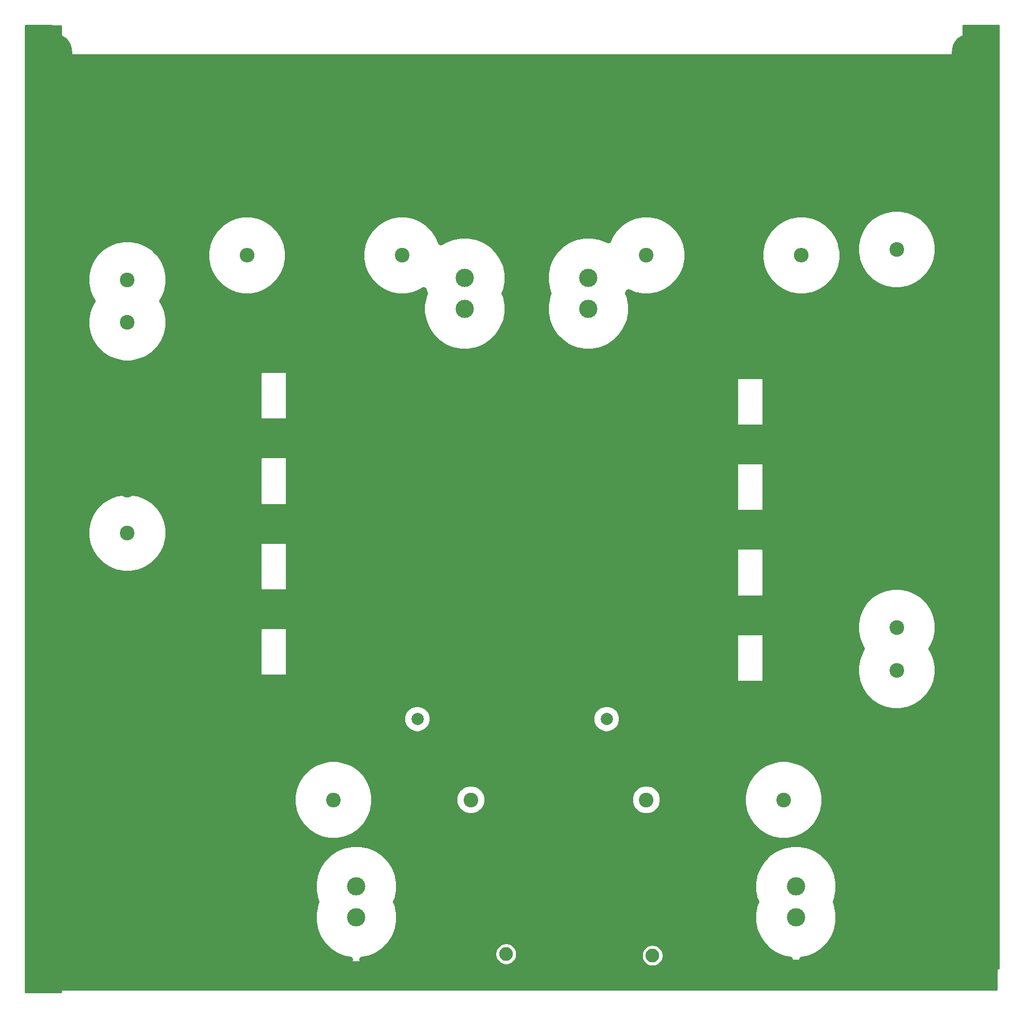
<source format=gbr>
%TF.GenerationSoftware,KiCad,Pcbnew,5.1.10-88a1d61d58~90~ubuntu20.04.1*%
%TF.CreationDate,2021-08-16T21:09:42-07:00*%
%TF.ProjectId,lisn-pcb,6c69736e-2d70-4636-922e-6b696361645f,rev?*%
%TF.SameCoordinates,Original*%
%TF.FileFunction,Copper,L2,Bot*%
%TF.FilePolarity,Positive*%
%FSLAX46Y46*%
G04 Gerber Fmt 4.6, Leading zero omitted, Abs format (unit mm)*
G04 Created by KiCad (PCBNEW 5.1.10-88a1d61d58~90~ubuntu20.04.1) date 2021-08-16 21:09:42*
%MOMM*%
%LPD*%
G01*
G04 APERTURE LIST*
%TA.AperFunction,ComponentPad*%
%ADD10C,0.800000*%
%TD*%
%TA.AperFunction,ComponentPad*%
%ADD11C,6.400000*%
%TD*%
%TA.AperFunction,ComponentPad*%
%ADD12C,3.000000*%
%TD*%
%TA.AperFunction,ComponentPad*%
%ADD13C,2.000000*%
%TD*%
%TA.AperFunction,ComponentPad*%
%ADD14O,2.400000X2.400000*%
%TD*%
%TA.AperFunction,ComponentPad*%
%ADD15C,2.400000*%
%TD*%
%TA.AperFunction,ComponentPad*%
%ADD16C,2.250000*%
%TD*%
%TA.AperFunction,ViaPad*%
%ADD17C,0.600000*%
%TD*%
%TA.AperFunction,Conductor*%
%ADD18C,1.000000*%
%TD*%
%TA.AperFunction,Conductor*%
%ADD19C,0.100000*%
%TD*%
%TA.AperFunction,Conductor*%
%ADD20C,0.254000*%
%TD*%
G04 APERTURE END LIST*
D10*
%TO.P,H4,1*%
%TO.N,GND*%
X257000000Y-47500000D03*
X253500000Y-44000000D03*
X253500000Y-47500000D03*
X255250000Y-48250000D03*
X252750000Y-45750000D03*
X255250000Y-43250000D03*
X257000000Y-44000000D03*
X257750000Y-45750000D03*
D11*
X255250000Y-45750000D03*
%TD*%
D10*
%TO.P,H3,1*%
%TO.N,GND*%
X106500000Y-197000000D03*
X103000000Y-193500000D03*
X103000000Y-197000000D03*
X104750000Y-197750000D03*
X102250000Y-195250000D03*
X104750000Y-192750000D03*
X106500000Y-193500000D03*
X107250000Y-195250000D03*
D11*
X104750000Y-195250000D03*
%TD*%
D10*
%TO.P,H2,1*%
%TO.N,GND*%
X106500000Y-47500000D03*
X103000000Y-44000000D03*
X103000000Y-47500000D03*
X104750000Y-48250000D03*
X102250000Y-45750000D03*
X104750000Y-43250000D03*
X106500000Y-44000000D03*
X107250000Y-45750000D03*
D11*
X104750000Y-45750000D03*
%TD*%
D10*
%TO.P,H1,1*%
%TO.N,GND*%
X257000000Y-197000000D03*
X253500000Y-193500000D03*
X253500000Y-197000000D03*
X255250000Y-197750000D03*
X252750000Y-195250000D03*
X255250000Y-192750000D03*
X257000000Y-193500000D03*
X257750000Y-195250000D03*
D11*
X255250000Y-195250000D03*
%TD*%
D12*
%TO.P,J9,1*%
%TO.N,GND*%
X216500000Y-182460000D03*
X216500000Y-187540000D03*
%TD*%
%TO.P,J8,1*%
%TO.N,GND*%
X164500000Y-182460000D03*
X164500000Y-187540000D03*
%TD*%
%TO.P,J7,1*%
%TO.N,/DUT_NUT*%
X226500000Y-182460000D03*
X226500000Y-187540000D03*
%TD*%
%TO.P,J6,1*%
%TO.N,/DUT_LINE*%
X154500000Y-187540000D03*
X154500000Y-182460000D03*
%TD*%
%TO.P,J5,1*%
%TO.N,GND*%
X182250000Y-82710000D03*
X182250000Y-87790000D03*
%TD*%
%TO.P,J4,1*%
%TO.N,/NEUTRAL*%
X192500000Y-82710000D03*
X192500000Y-87790000D03*
%TD*%
%TO.P,J3,1*%
%TO.N,/LINE*%
X172250000Y-82710000D03*
X172250000Y-87790000D03*
%TD*%
D13*
%TO.P,GD2,2*%
%TO.N,GND*%
X205500000Y-155000000D03*
%TO.P,GD2,1*%
%TO.N,/SIG2*%
X195500000Y-155000000D03*
%TD*%
%TO.P,GD1,2*%
%TO.N,GND*%
X154500000Y-155000000D03*
%TO.P,GD1,1*%
%TO.N,/SIG1*%
X164500000Y-155000000D03*
%TD*%
D14*
%TO.P,R2,2*%
%TO.N,Net-(C4-Pad1)*%
X227400000Y-79000000D03*
D15*
%TO.P,R2,1*%
%TO.N,/NEUTRAL*%
X202000000Y-79000000D03*
%TD*%
D14*
%TO.P,R1,2*%
%TO.N,Net-(C1-Pad1)*%
X136600000Y-79000000D03*
D15*
%TO.P,R1,1*%
%TO.N,/LINE*%
X162000000Y-79000000D03*
%TD*%
D16*
%TO.P,J2,1*%
%TO.N,/DM_OUT*%
X179000000Y-193500000D03*
%TO.P,J2,2*%
%TO.N,GND*%
X176460000Y-190960000D03*
X176460000Y-196040000D03*
X181540000Y-196040000D03*
X181540000Y-190960000D03*
%TD*%
%TO.P,J1,1*%
%TO.N,/CM_OUT*%
X203000000Y-193750000D03*
%TO.P,J1,2*%
%TO.N,GND*%
X200460000Y-191210000D03*
X200460000Y-196290000D03*
X205540000Y-196290000D03*
X205540000Y-191210000D03*
%TD*%
D15*
%TO.P,C12,2*%
%TO.N,/SIG2*%
X202000000Y-168250000D03*
%TO.P,C12,1*%
%TO.N,/DUT_NUT*%
X224500000Y-168250000D03*
%TD*%
%TO.P,C9,2*%
%TO.N,/SIG1*%
X173250000Y-168250000D03*
%TO.P,C9,1*%
%TO.N,/DUT_LINE*%
X150750000Y-168250000D03*
%TD*%
%TO.P,C6,2*%
%TO.N,GND*%
X243000000Y-105500000D03*
%TO.P,C6,1*%
%TO.N,Net-(C4-Pad1)*%
X243000000Y-78000000D03*
%TD*%
%TO.P,C5,2*%
%TO.N,GND*%
X243000000Y-112500000D03*
%TO.P,C5,1*%
%TO.N,Net-(C4-Pad1)*%
X243000000Y-140000000D03*
%TD*%
%TO.P,C4,2*%
%TO.N,GND*%
X243000000Y-174500000D03*
%TO.P,C4,1*%
%TO.N,Net-(C4-Pad1)*%
X243000000Y-147000000D03*
%TD*%
%TO.P,C3,2*%
%TO.N,GND*%
X117000000Y-55500000D03*
%TO.P,C3,1*%
%TO.N,Net-(C1-Pad1)*%
X117000000Y-83000000D03*
%TD*%
%TO.P,C2,2*%
%TO.N,GND*%
X117000000Y-152000000D03*
%TO.P,C2,1*%
%TO.N,Net-(C1-Pad1)*%
X117000000Y-124500000D03*
%TD*%
%TO.P,C1,2*%
%TO.N,GND*%
X117000000Y-117500000D03*
%TO.P,C1,1*%
%TO.N,Net-(C1-Pad1)*%
X117000000Y-90000000D03*
%TD*%
D17*
%TO.N,GND*%
X168250000Y-146250000D03*
X168750000Y-146750000D03*
X168250000Y-147250000D03*
X160750000Y-146250000D03*
X160250000Y-146750000D03*
X160750000Y-147250000D03*
X168000000Y-136500000D03*
X168500000Y-137000000D03*
X168000000Y-137500000D03*
X160750000Y-136500000D03*
X160250000Y-137000000D03*
X160750000Y-137500000D03*
X160750000Y-122500000D03*
X160250000Y-123000000D03*
X160750000Y-123500000D03*
X160750000Y-112750000D03*
X160250000Y-113250000D03*
X160750000Y-113750000D03*
X168500000Y-112750000D03*
X168500000Y-113750000D03*
X169000000Y-113250000D03*
X199250000Y-146250000D03*
X199750000Y-146750000D03*
X199250000Y-147250000D03*
X191750000Y-146250000D03*
X191250000Y-146750000D03*
X191750000Y-147250000D03*
X199000000Y-136500000D03*
X199500000Y-137000000D03*
X199000000Y-137500000D03*
X192000000Y-136500000D03*
X191500000Y-137000000D03*
X192000000Y-137500000D03*
X199000000Y-122500000D03*
X199500000Y-123000000D03*
X199000000Y-123500000D03*
X199250000Y-112750000D03*
X199750000Y-113250000D03*
X199250000Y-113750000D03*
X191500000Y-112750000D03*
X191000000Y-113250000D03*
X191500000Y-113750000D03*
X191750000Y-106250000D03*
X191250000Y-106750000D03*
X191750000Y-107250000D03*
X168250000Y-106250000D03*
X168250000Y-107250000D03*
X168750000Y-106750000D03*
X189250000Y-179250000D03*
X188400000Y-180300000D03*
X188400000Y-184150000D03*
X189300000Y-185250000D03*
X192700000Y-185250000D03*
X193600000Y-184100000D03*
X192700000Y-179250000D03*
X193600000Y-180300000D03*
X184000000Y-173800000D03*
X185200000Y-172150000D03*
X185200000Y-175400000D03*
X198500000Y-106750000D03*
X199500000Y-105500000D03*
X199500000Y-106750000D03*
X199500000Y-108000000D03*
X199750000Y-128500000D03*
X200500000Y-128500000D03*
X199750000Y-131500000D03*
X200500000Y-131500000D03*
X160500000Y-105500000D03*
X160500000Y-106750000D03*
X160500000Y-108000000D03*
X161500000Y-106750000D03*
X159500000Y-128500000D03*
X160250000Y-128500000D03*
X159500000Y-131500000D03*
X160250000Y-131500000D03*
X102000000Y-190000000D03*
X102000000Y-188000000D03*
X102000000Y-186000000D03*
X102000000Y-184000000D03*
X102000000Y-182000000D03*
X102000000Y-180000000D03*
X102000000Y-178000000D03*
X102000000Y-176000000D03*
X102000000Y-174000000D03*
X102000000Y-172000000D03*
X102000000Y-170000000D03*
X102000000Y-168000000D03*
X102000000Y-166000000D03*
X102000000Y-164000000D03*
X102000000Y-162000000D03*
X102000000Y-160000000D03*
X102000000Y-158000000D03*
X102000000Y-156000000D03*
X102000000Y-154000000D03*
X102000000Y-152000000D03*
X102000000Y-150000000D03*
X102000000Y-148000000D03*
X102000000Y-146000000D03*
X102000000Y-144000000D03*
X102000000Y-142000000D03*
X102000000Y-140000000D03*
X102000000Y-138000000D03*
X102000000Y-136000000D03*
X102000000Y-134000000D03*
X102000000Y-132000000D03*
X102000000Y-130000000D03*
X102000000Y-128000000D03*
X102000000Y-126000000D03*
X102000000Y-124000000D03*
X102000000Y-122000000D03*
X102000000Y-120000000D03*
X102000000Y-118000000D03*
X102000000Y-116000000D03*
X102000000Y-114000000D03*
X102000000Y-112000000D03*
X102000000Y-110000000D03*
X102000000Y-108000000D03*
X102000000Y-106000000D03*
X102000000Y-104000000D03*
X102000000Y-102000000D03*
X102000000Y-100000000D03*
X102000000Y-98000000D03*
X102000000Y-96000000D03*
X102000000Y-94000000D03*
X102000000Y-92000000D03*
X102000000Y-90000000D03*
X102000000Y-88000000D03*
X102000000Y-86000000D03*
X102000000Y-84000000D03*
X102000000Y-82000000D03*
X102000000Y-80000000D03*
X102000000Y-78000000D03*
X102000000Y-76000000D03*
X102000000Y-74000000D03*
X102000000Y-72000000D03*
X102000000Y-70000000D03*
X102000000Y-68000000D03*
X102000000Y-66000000D03*
X102000000Y-64000000D03*
X102000000Y-62000000D03*
X102000000Y-60000000D03*
X102000000Y-58000000D03*
X102000000Y-56000000D03*
X102000000Y-54000000D03*
X102000000Y-52000000D03*
X258000000Y-190000000D03*
X258000000Y-188000000D03*
X258000000Y-186000000D03*
X258000000Y-184000000D03*
X258000000Y-182000000D03*
X258000000Y-180000000D03*
X258000000Y-178000000D03*
X258000000Y-176000000D03*
X258000000Y-174000000D03*
X258000000Y-172000000D03*
X258000000Y-170000000D03*
X258000000Y-168000000D03*
X258000000Y-166000000D03*
X258000000Y-164000000D03*
X258000000Y-162000000D03*
X258000000Y-160000000D03*
X258000000Y-158000000D03*
X258000000Y-156000000D03*
X258000000Y-154000000D03*
X258000000Y-152000000D03*
X258000000Y-150000000D03*
X258000000Y-148000000D03*
X258000000Y-146000000D03*
X258000000Y-144000000D03*
X258000000Y-142000000D03*
X258000000Y-140000000D03*
X258000000Y-138000000D03*
X258000000Y-136000000D03*
X258000000Y-134000000D03*
X258000000Y-132000000D03*
X258000000Y-130000000D03*
X258000000Y-128000000D03*
X258000000Y-126000000D03*
X258000000Y-124000000D03*
X258000000Y-122000000D03*
X258000000Y-120000000D03*
X258000000Y-118000000D03*
X258000000Y-116000000D03*
X258000000Y-114000000D03*
X258000000Y-112000000D03*
X258000000Y-110000000D03*
X258000000Y-108000000D03*
X258000000Y-106000000D03*
X258000000Y-104000000D03*
X258000000Y-102000000D03*
X258000000Y-100000000D03*
X258000000Y-98000000D03*
X258000000Y-96000000D03*
X258000000Y-94000000D03*
X258000000Y-92000000D03*
X258000000Y-90000000D03*
X258000000Y-88000000D03*
X258000000Y-86000000D03*
X258000000Y-84000000D03*
X258000000Y-82000000D03*
X258000000Y-80000000D03*
X258000000Y-78000000D03*
X258000000Y-76000000D03*
X258000000Y-74000000D03*
X258000000Y-72000000D03*
X258000000Y-70000000D03*
X258000000Y-68000000D03*
X258000000Y-66000000D03*
X258000000Y-64000000D03*
X258000000Y-62000000D03*
X258000000Y-60000000D03*
X258000000Y-58000000D03*
X258000000Y-56000000D03*
X258000000Y-54000000D03*
X258000000Y-52000000D03*
X158000000Y-95750000D03*
X160000000Y-95750000D03*
X162000000Y-95750000D03*
X164000000Y-95750000D03*
X166000000Y-95750000D03*
X168000000Y-95750000D03*
X170000000Y-95750000D03*
X172000000Y-95750000D03*
X174000000Y-95750000D03*
X176000000Y-95750000D03*
X178000000Y-95750000D03*
X180000000Y-95750000D03*
X182000000Y-95750000D03*
X184000000Y-95750000D03*
X186000000Y-95750000D03*
X188000000Y-95750000D03*
X190000000Y-95750000D03*
X192000000Y-95750000D03*
X194000000Y-95750000D03*
X196000000Y-95750000D03*
X198000000Y-95750000D03*
X200000000Y-95750000D03*
X202000000Y-95750000D03*
%TD*%
D18*
%TO.N,GND*%
X254475001Y-194475000D02*
X227516217Y-194475000D01*
X228541825Y-194270994D01*
X229815743Y-193743320D01*
X230962240Y-192977255D01*
X231937255Y-192002240D01*
X232703320Y-190855743D01*
X233230994Y-189581825D01*
X233500000Y-188229440D01*
X233500000Y-186850560D01*
X233230994Y-185498175D01*
X233024643Y-185000000D01*
X233230994Y-184501825D01*
X233500000Y-183149440D01*
X233500000Y-181770560D01*
X233230994Y-180418175D01*
X232703320Y-179144257D01*
X231937255Y-177997760D01*
X230962240Y-177022745D01*
X229815743Y-176256680D01*
X228541825Y-175729006D01*
X227189440Y-175460000D01*
X225810560Y-175460000D01*
X224458175Y-175729006D01*
X223184257Y-176256680D01*
X222037760Y-177022745D01*
X221062745Y-177997760D01*
X220296680Y-179144257D01*
X219769006Y-180418175D01*
X219500000Y-181770560D01*
X219500000Y-183149440D01*
X219769006Y-184501825D01*
X219975357Y-185000000D01*
X219769006Y-185498175D01*
X219500000Y-186850560D01*
X219500000Y-188229440D01*
X219769006Y-189581825D01*
X220296680Y-190855743D01*
X221062745Y-192002240D01*
X222037760Y-192977255D01*
X223184257Y-193743320D01*
X224458175Y-194270994D01*
X225483783Y-194475000D01*
X209610580Y-194475000D01*
X209625000Y-194402506D01*
X209625000Y-193097494D01*
X209370405Y-191817559D01*
X208870999Y-190611886D01*
X208145974Y-189526808D01*
X207223192Y-188604026D01*
X206138114Y-187879001D01*
X204932441Y-187379595D01*
X203652506Y-187125000D01*
X202347494Y-187125000D01*
X201067559Y-187379595D01*
X199861886Y-187879001D01*
X198776808Y-188604026D01*
X197854026Y-189526808D01*
X197129001Y-190611886D01*
X196629595Y-191817559D01*
X196375000Y-193097494D01*
X196375000Y-194402506D01*
X196389420Y-194475000D01*
X185560852Y-194475000D01*
X185625000Y-194152506D01*
X185625000Y-192847494D01*
X185370405Y-191567559D01*
X184870999Y-190361886D01*
X184145974Y-189276808D01*
X183223192Y-188354026D01*
X182138114Y-187629001D01*
X180932441Y-187129595D01*
X179652506Y-186875000D01*
X178347494Y-186875000D01*
X177067559Y-187129595D01*
X175861886Y-187629001D01*
X174776808Y-188354026D01*
X173854026Y-189276808D01*
X173129001Y-190361886D01*
X172629595Y-191567559D01*
X172375000Y-192847494D01*
X172375000Y-194152506D01*
X172439148Y-194475000D01*
X155516217Y-194475000D01*
X156541825Y-194270994D01*
X157815743Y-193743320D01*
X158962240Y-192977255D01*
X159937255Y-192002240D01*
X160703320Y-190855743D01*
X161230994Y-189581825D01*
X161500000Y-188229440D01*
X161500000Y-186850560D01*
X161230994Y-185498175D01*
X161024643Y-185000000D01*
X161230994Y-184501825D01*
X161500000Y-183149440D01*
X161500000Y-181770560D01*
X161230994Y-180418175D01*
X160703320Y-179144257D01*
X159937255Y-177997760D01*
X158962240Y-177022745D01*
X157815743Y-176256680D01*
X156541825Y-175729006D01*
X155189440Y-175460000D01*
X153810560Y-175460000D01*
X152458175Y-175729006D01*
X151184257Y-176256680D01*
X150037760Y-177022745D01*
X149062745Y-177997760D01*
X148296680Y-179144257D01*
X147769006Y-180418175D01*
X147500000Y-181770560D01*
X147500000Y-183149440D01*
X147769006Y-184501825D01*
X147975357Y-185000000D01*
X147769006Y-185498175D01*
X147500000Y-186850560D01*
X147500000Y-188229440D01*
X147769006Y-189581825D01*
X148296680Y-190855743D01*
X149062745Y-192002240D01*
X150037760Y-192977255D01*
X151184257Y-193743320D01*
X152458175Y-194270994D01*
X153483783Y-194475000D01*
X105525000Y-194475000D01*
X105525000Y-167590108D01*
X144050000Y-167590108D01*
X144050000Y-168909892D01*
X144307478Y-170204318D01*
X144812537Y-171423640D01*
X145545771Y-172521001D01*
X146478999Y-173454229D01*
X147576360Y-174187463D01*
X148795682Y-174692522D01*
X150090108Y-174950000D01*
X151409892Y-174950000D01*
X152704318Y-174692522D01*
X153923640Y-174187463D01*
X155021001Y-173454229D01*
X155954229Y-172521001D01*
X156687463Y-171423640D01*
X157192522Y-170204318D01*
X157450000Y-168909892D01*
X157450000Y-167590108D01*
X166550000Y-167590108D01*
X166550000Y-168909892D01*
X166807478Y-170204318D01*
X167312537Y-171423640D01*
X168045771Y-172521001D01*
X168978999Y-173454229D01*
X170076360Y-174187463D01*
X171295682Y-174692522D01*
X172590108Y-174950000D01*
X173909892Y-174950000D01*
X175204318Y-174692522D01*
X176423640Y-174187463D01*
X177521001Y-173454229D01*
X178454229Y-172521001D01*
X179187463Y-171423640D01*
X179692522Y-170204318D01*
X179950000Y-168909892D01*
X179950000Y-167590108D01*
X195300000Y-167590108D01*
X195300000Y-168909892D01*
X195557478Y-170204318D01*
X196062537Y-171423640D01*
X196795771Y-172521001D01*
X197728999Y-173454229D01*
X198826360Y-174187463D01*
X200045682Y-174692522D01*
X201340108Y-174950000D01*
X202659892Y-174950000D01*
X203954318Y-174692522D01*
X205173640Y-174187463D01*
X206271001Y-173454229D01*
X207204229Y-172521001D01*
X207937463Y-171423640D01*
X208442522Y-170204318D01*
X208700000Y-168909892D01*
X208700000Y-167590108D01*
X217800000Y-167590108D01*
X217800000Y-168909892D01*
X218057478Y-170204318D01*
X218562537Y-171423640D01*
X219295771Y-172521001D01*
X220228999Y-173454229D01*
X221326360Y-174187463D01*
X222545682Y-174692522D01*
X223840108Y-174950000D01*
X225159892Y-174950000D01*
X226454318Y-174692522D01*
X227673640Y-174187463D01*
X228771001Y-173454229D01*
X229704229Y-172521001D01*
X230437463Y-171423640D01*
X230942522Y-170204318D01*
X231200000Y-168909892D01*
X231200000Y-167590108D01*
X230942522Y-166295682D01*
X230437463Y-165076360D01*
X229704229Y-163978999D01*
X228771001Y-163045771D01*
X227673640Y-162312537D01*
X226454318Y-161807478D01*
X225159892Y-161550000D01*
X223840108Y-161550000D01*
X222545682Y-161807478D01*
X221326360Y-162312537D01*
X220228999Y-163045771D01*
X219295771Y-163978999D01*
X218562537Y-165076360D01*
X218057478Y-166295682D01*
X217800000Y-167590108D01*
X208700000Y-167590108D01*
X208442522Y-166295682D01*
X207937463Y-165076360D01*
X207204229Y-163978999D01*
X206271001Y-163045771D01*
X205173640Y-162312537D01*
X203954318Y-161807478D01*
X202659892Y-161550000D01*
X201340108Y-161550000D01*
X200045682Y-161807478D01*
X198826360Y-162312537D01*
X197728999Y-163045771D01*
X196795771Y-163978999D01*
X196062537Y-165076360D01*
X195557478Y-166295682D01*
X195300000Y-167590108D01*
X179950000Y-167590108D01*
X179692522Y-166295682D01*
X179187463Y-165076360D01*
X178454229Y-163978999D01*
X177521001Y-163045771D01*
X176423640Y-162312537D01*
X175204318Y-161807478D01*
X173909892Y-161550000D01*
X172590108Y-161550000D01*
X171295682Y-161807478D01*
X170076360Y-162312537D01*
X168978999Y-163045771D01*
X168045771Y-163978999D01*
X167312537Y-165076360D01*
X166807478Y-166295682D01*
X166550000Y-167590108D01*
X157450000Y-167590108D01*
X157192522Y-166295682D01*
X156687463Y-165076360D01*
X155954229Y-163978999D01*
X155021001Y-163045771D01*
X153923640Y-162312537D01*
X152704318Y-161807478D01*
X151409892Y-161550000D01*
X150090108Y-161550000D01*
X148795682Y-161807478D01*
X147576360Y-162312537D01*
X146478999Y-163045771D01*
X145545771Y-163978999D01*
X144812537Y-165076360D01*
X144307478Y-166295682D01*
X144050000Y-167590108D01*
X105525000Y-167590108D01*
X105525000Y-154359806D01*
X158000000Y-154359806D01*
X158000000Y-155640194D01*
X158249791Y-156895980D01*
X158739774Y-158078905D01*
X159451120Y-159143509D01*
X160356491Y-160048880D01*
X161421095Y-160760226D01*
X162604020Y-161250209D01*
X163859806Y-161500000D01*
X165140194Y-161500000D01*
X166395980Y-161250209D01*
X167578905Y-160760226D01*
X168643509Y-160048880D01*
X169548880Y-159143509D01*
X170260226Y-158078905D01*
X170750209Y-156895980D01*
X171000000Y-155640194D01*
X171000000Y-154359806D01*
X189000000Y-154359806D01*
X189000000Y-155640194D01*
X189249791Y-156895980D01*
X189739774Y-158078905D01*
X190451120Y-159143509D01*
X191356491Y-160048880D01*
X192421095Y-160760226D01*
X193604020Y-161250209D01*
X194859806Y-161500000D01*
X196140194Y-161500000D01*
X197395980Y-161250209D01*
X198578905Y-160760226D01*
X199643509Y-160048880D01*
X200548880Y-159143509D01*
X201260226Y-158078905D01*
X201750209Y-156895980D01*
X202000000Y-155640194D01*
X202000000Y-154359806D01*
X201750209Y-153104020D01*
X201260226Y-151921095D01*
X200548880Y-150856491D01*
X199643509Y-149951120D01*
X198578905Y-149239774D01*
X197395980Y-148749791D01*
X196140194Y-148500000D01*
X194859806Y-148500000D01*
X193604020Y-148749791D01*
X192421095Y-149239774D01*
X191356491Y-149951120D01*
X190451120Y-150856491D01*
X189739774Y-151921095D01*
X189249791Y-153104020D01*
X189000000Y-154359806D01*
X171000000Y-154359806D01*
X170750209Y-153104020D01*
X170260226Y-151921095D01*
X169548880Y-150856491D01*
X168643509Y-149951120D01*
X167578905Y-149239774D01*
X166395980Y-148749791D01*
X165140194Y-148500000D01*
X163859806Y-148500000D01*
X162604020Y-148749791D01*
X161421095Y-149239774D01*
X160356491Y-149951120D01*
X159451120Y-150856491D01*
X158739774Y-151921095D01*
X158249791Y-153104020D01*
X158000000Y-154359806D01*
X105525000Y-154359806D01*
X105525000Y-140250000D01*
X138500000Y-140250000D01*
X138500000Y-147750000D01*
X138509607Y-147847545D01*
X138538060Y-147941342D01*
X138584265Y-148027785D01*
X138646447Y-148103553D01*
X138722215Y-148165735D01*
X138808658Y-148211940D01*
X138902455Y-148240393D01*
X139000000Y-148250000D01*
X143000000Y-148250000D01*
X143097545Y-148240393D01*
X143191342Y-148211940D01*
X143277785Y-148165735D01*
X143353553Y-148103553D01*
X143415735Y-148027785D01*
X143461940Y-147941342D01*
X143490393Y-147847545D01*
X143500000Y-147750000D01*
X143500000Y-141250000D01*
X216500000Y-141250000D01*
X216500000Y-148750000D01*
X216509607Y-148847545D01*
X216538060Y-148941342D01*
X216584265Y-149027785D01*
X216646447Y-149103553D01*
X216722215Y-149165735D01*
X216808658Y-149211940D01*
X216902455Y-149240393D01*
X217000000Y-149250000D01*
X221000000Y-149250000D01*
X221097545Y-149240393D01*
X221191342Y-149211940D01*
X221277785Y-149165735D01*
X221353553Y-149103553D01*
X221415735Y-149027785D01*
X221461940Y-148941342D01*
X221490393Y-148847545D01*
X221500000Y-148750000D01*
X221500000Y-141250000D01*
X221490393Y-141152455D01*
X221461940Y-141058658D01*
X221415735Y-140972215D01*
X221353553Y-140896447D01*
X221277785Y-140834265D01*
X221191342Y-140788060D01*
X221097545Y-140759607D01*
X221000000Y-140750000D01*
X217000000Y-140750000D01*
X216902455Y-140759607D01*
X216808658Y-140788060D01*
X216722215Y-140834265D01*
X216646447Y-140896447D01*
X216584265Y-140972215D01*
X216538060Y-141058658D01*
X216509607Y-141152455D01*
X216500000Y-141250000D01*
X143500000Y-141250000D01*
X143500000Y-140250000D01*
X143490393Y-140152455D01*
X143461940Y-140058658D01*
X143415735Y-139972215D01*
X143353553Y-139896447D01*
X143277785Y-139834265D01*
X143191342Y-139788060D01*
X143097545Y-139759607D01*
X143000000Y-139750000D01*
X139000000Y-139750000D01*
X138902455Y-139759607D01*
X138808658Y-139788060D01*
X138722215Y-139834265D01*
X138646447Y-139896447D01*
X138584265Y-139972215D01*
X138538060Y-140058658D01*
X138509607Y-140152455D01*
X138500000Y-140250000D01*
X105525000Y-140250000D01*
X105525000Y-139340108D01*
X236300000Y-139340108D01*
X236300000Y-140659892D01*
X236557478Y-141954318D01*
X237062537Y-143173640D01*
X237280604Y-143500000D01*
X237062537Y-143826360D01*
X236557478Y-145045682D01*
X236300000Y-146340108D01*
X236300000Y-147659892D01*
X236557478Y-148954318D01*
X237062537Y-150173640D01*
X237795771Y-151271001D01*
X238728999Y-152204229D01*
X239826360Y-152937463D01*
X241045682Y-153442522D01*
X242340108Y-153700000D01*
X243659892Y-153700000D01*
X244954318Y-153442522D01*
X246173640Y-152937463D01*
X247271001Y-152204229D01*
X248204229Y-151271001D01*
X248937463Y-150173640D01*
X249442522Y-148954318D01*
X249700000Y-147659892D01*
X249700000Y-146340108D01*
X249442522Y-145045682D01*
X248937463Y-143826360D01*
X248719396Y-143500000D01*
X248937463Y-143173640D01*
X249442522Y-141954318D01*
X249700000Y-140659892D01*
X249700000Y-139340108D01*
X249442522Y-138045682D01*
X248937463Y-136826360D01*
X248204229Y-135728999D01*
X247271001Y-134795771D01*
X246173640Y-134062537D01*
X244954318Y-133557478D01*
X243659892Y-133300000D01*
X242340108Y-133300000D01*
X241045682Y-133557478D01*
X239826360Y-134062537D01*
X238728999Y-134795771D01*
X237795771Y-135728999D01*
X237062537Y-136826360D01*
X236557478Y-138045682D01*
X236300000Y-139340108D01*
X105525000Y-139340108D01*
X105525000Y-123840108D01*
X110300000Y-123840108D01*
X110300000Y-125159892D01*
X110557478Y-126454318D01*
X111062537Y-127673640D01*
X111795771Y-128771001D01*
X112728999Y-129704229D01*
X113826360Y-130437463D01*
X115045682Y-130942522D01*
X116340108Y-131200000D01*
X117659892Y-131200000D01*
X118954318Y-130942522D01*
X120173640Y-130437463D01*
X121271001Y-129704229D01*
X122204229Y-128771001D01*
X122937463Y-127673640D01*
X123442522Y-126454318D01*
X123483163Y-126250000D01*
X138500000Y-126250000D01*
X138500000Y-133750000D01*
X138509607Y-133847545D01*
X138538060Y-133941342D01*
X138584265Y-134027785D01*
X138646447Y-134103553D01*
X138722215Y-134165735D01*
X138808658Y-134211940D01*
X138902455Y-134240393D01*
X139000000Y-134250000D01*
X143000000Y-134250000D01*
X143097545Y-134240393D01*
X143191342Y-134211940D01*
X143277785Y-134165735D01*
X143353553Y-134103553D01*
X143415735Y-134027785D01*
X143461940Y-133941342D01*
X143490393Y-133847545D01*
X143500000Y-133750000D01*
X143500000Y-127250000D01*
X216500000Y-127250000D01*
X216500000Y-134750000D01*
X216509607Y-134847545D01*
X216538060Y-134941342D01*
X216584265Y-135027785D01*
X216646447Y-135103553D01*
X216722215Y-135165735D01*
X216808658Y-135211940D01*
X216902455Y-135240393D01*
X217000000Y-135250000D01*
X221000000Y-135250000D01*
X221097545Y-135240393D01*
X221191342Y-135211940D01*
X221277785Y-135165735D01*
X221353553Y-135103553D01*
X221415735Y-135027785D01*
X221461940Y-134941342D01*
X221490393Y-134847545D01*
X221500000Y-134750000D01*
X221500000Y-127250000D01*
X221490393Y-127152455D01*
X221461940Y-127058658D01*
X221415735Y-126972215D01*
X221353553Y-126896447D01*
X221277785Y-126834265D01*
X221191342Y-126788060D01*
X221097545Y-126759607D01*
X221000000Y-126750000D01*
X217000000Y-126750000D01*
X216902455Y-126759607D01*
X216808658Y-126788060D01*
X216722215Y-126834265D01*
X216646447Y-126896447D01*
X216584265Y-126972215D01*
X216538060Y-127058658D01*
X216509607Y-127152455D01*
X216500000Y-127250000D01*
X143500000Y-127250000D01*
X143500000Y-126250000D01*
X143490393Y-126152455D01*
X143461940Y-126058658D01*
X143415735Y-125972215D01*
X143353553Y-125896447D01*
X143277785Y-125834265D01*
X143191342Y-125788060D01*
X143097545Y-125759607D01*
X143000000Y-125750000D01*
X139000000Y-125750000D01*
X138902455Y-125759607D01*
X138808658Y-125788060D01*
X138722215Y-125834265D01*
X138646447Y-125896447D01*
X138584265Y-125972215D01*
X138538060Y-126058658D01*
X138509607Y-126152455D01*
X138500000Y-126250000D01*
X123483163Y-126250000D01*
X123700000Y-125159892D01*
X123700000Y-123840108D01*
X123442522Y-122545682D01*
X122937463Y-121326360D01*
X122204229Y-120228999D01*
X121271001Y-119295771D01*
X120173640Y-118562537D01*
X118954318Y-118057478D01*
X117659892Y-117800000D01*
X116340108Y-117800000D01*
X115045682Y-118057478D01*
X113826360Y-118562537D01*
X112728999Y-119295771D01*
X111795771Y-120228999D01*
X111062537Y-121326360D01*
X110557478Y-122545682D01*
X110300000Y-123840108D01*
X105525000Y-123840108D01*
X105525000Y-112250000D01*
X138500000Y-112250000D01*
X138500000Y-119750000D01*
X138509607Y-119847545D01*
X138538060Y-119941342D01*
X138584265Y-120027785D01*
X138646447Y-120103553D01*
X138722215Y-120165735D01*
X138808658Y-120211940D01*
X138902455Y-120240393D01*
X139000000Y-120250000D01*
X143000000Y-120250000D01*
X143097545Y-120240393D01*
X143191342Y-120211940D01*
X143277785Y-120165735D01*
X143353553Y-120103553D01*
X143415735Y-120027785D01*
X143461940Y-119941342D01*
X143490393Y-119847545D01*
X143500000Y-119750000D01*
X143500000Y-113250000D01*
X216500000Y-113250000D01*
X216500000Y-120750000D01*
X216509607Y-120847545D01*
X216538060Y-120941342D01*
X216584265Y-121027785D01*
X216646447Y-121103553D01*
X216722215Y-121165735D01*
X216808658Y-121211940D01*
X216902455Y-121240393D01*
X217000000Y-121250000D01*
X221000000Y-121250000D01*
X221097545Y-121240393D01*
X221191342Y-121211940D01*
X221277785Y-121165735D01*
X221353553Y-121103553D01*
X221415735Y-121027785D01*
X221461940Y-120941342D01*
X221490393Y-120847545D01*
X221500000Y-120750000D01*
X221500000Y-113250000D01*
X221490393Y-113152455D01*
X221461940Y-113058658D01*
X221415735Y-112972215D01*
X221353553Y-112896447D01*
X221277785Y-112834265D01*
X221191342Y-112788060D01*
X221097545Y-112759607D01*
X221000000Y-112750000D01*
X217000000Y-112750000D01*
X216902455Y-112759607D01*
X216808658Y-112788060D01*
X216722215Y-112834265D01*
X216646447Y-112896447D01*
X216584265Y-112972215D01*
X216538060Y-113058658D01*
X216509607Y-113152455D01*
X216500000Y-113250000D01*
X143500000Y-113250000D01*
X143500000Y-112250000D01*
X143490393Y-112152455D01*
X143461940Y-112058658D01*
X143415735Y-111972215D01*
X143353553Y-111896447D01*
X143277785Y-111834265D01*
X143191342Y-111788060D01*
X143097545Y-111759607D01*
X143000000Y-111750000D01*
X139000000Y-111750000D01*
X138902455Y-111759607D01*
X138808658Y-111788060D01*
X138722215Y-111834265D01*
X138646447Y-111896447D01*
X138584265Y-111972215D01*
X138538060Y-112058658D01*
X138509607Y-112152455D01*
X138500000Y-112250000D01*
X105525000Y-112250000D01*
X105525000Y-98250000D01*
X138500000Y-98250000D01*
X138500000Y-105750000D01*
X138509607Y-105847545D01*
X138538060Y-105941342D01*
X138584265Y-106027785D01*
X138646447Y-106103553D01*
X138722215Y-106165735D01*
X138808658Y-106211940D01*
X138902455Y-106240393D01*
X139000000Y-106250000D01*
X143000000Y-106250000D01*
X143097545Y-106240393D01*
X143191342Y-106211940D01*
X143277785Y-106165735D01*
X143353553Y-106103553D01*
X143415735Y-106027785D01*
X143461940Y-105941342D01*
X143490393Y-105847545D01*
X143500000Y-105750000D01*
X143500000Y-99250000D01*
X216500000Y-99250000D01*
X216500000Y-106750000D01*
X216509607Y-106847545D01*
X216538060Y-106941342D01*
X216584265Y-107027785D01*
X216646447Y-107103553D01*
X216722215Y-107165735D01*
X216808658Y-107211940D01*
X216902455Y-107240393D01*
X217000000Y-107250000D01*
X221000000Y-107250000D01*
X221097545Y-107240393D01*
X221191342Y-107211940D01*
X221277785Y-107165735D01*
X221353553Y-107103553D01*
X221415735Y-107027785D01*
X221461940Y-106941342D01*
X221490393Y-106847545D01*
X221500000Y-106750000D01*
X221500000Y-99250000D01*
X221490393Y-99152455D01*
X221461940Y-99058658D01*
X221415735Y-98972215D01*
X221353553Y-98896447D01*
X221277785Y-98834265D01*
X221191342Y-98788060D01*
X221097545Y-98759607D01*
X221000000Y-98750000D01*
X217000000Y-98750000D01*
X216902455Y-98759607D01*
X216808658Y-98788060D01*
X216722215Y-98834265D01*
X216646447Y-98896447D01*
X216584265Y-98972215D01*
X216538060Y-99058658D01*
X216509607Y-99152455D01*
X216500000Y-99250000D01*
X143500000Y-99250000D01*
X143500000Y-98250000D01*
X143490393Y-98152455D01*
X143461940Y-98058658D01*
X143415735Y-97972215D01*
X143353553Y-97896447D01*
X143277785Y-97834265D01*
X143191342Y-97788060D01*
X143097545Y-97759607D01*
X143000000Y-97750000D01*
X139000000Y-97750000D01*
X138902455Y-97759607D01*
X138808658Y-97788060D01*
X138722215Y-97834265D01*
X138646447Y-97896447D01*
X138584265Y-97972215D01*
X138538060Y-98058658D01*
X138509607Y-98152455D01*
X138500000Y-98250000D01*
X105525000Y-98250000D01*
X105525000Y-82340108D01*
X110300000Y-82340108D01*
X110300000Y-83659892D01*
X110557478Y-84954318D01*
X111062537Y-86173640D01*
X111280604Y-86500000D01*
X111062537Y-86826360D01*
X110557478Y-88045682D01*
X110300000Y-89340108D01*
X110300000Y-90659892D01*
X110557478Y-91954318D01*
X111062537Y-93173640D01*
X111795771Y-94271001D01*
X112728999Y-95204229D01*
X113826360Y-95937463D01*
X115045682Y-96442522D01*
X116340108Y-96700000D01*
X117659892Y-96700000D01*
X118954318Y-96442522D01*
X120173640Y-95937463D01*
X121271001Y-95204229D01*
X122204229Y-94271001D01*
X122937463Y-93173640D01*
X123442522Y-91954318D01*
X123700000Y-90659892D01*
X123700000Y-89340108D01*
X123442522Y-88045682D01*
X122937463Y-86826360D01*
X122719396Y-86500000D01*
X122937463Y-86173640D01*
X123442522Y-84954318D01*
X123700000Y-83659892D01*
X123700000Y-82340108D01*
X123442522Y-81045682D01*
X122937463Y-79826360D01*
X122204229Y-78728999D01*
X121815338Y-78340108D01*
X129900000Y-78340108D01*
X129900000Y-79659892D01*
X130157478Y-80954318D01*
X130662537Y-82173640D01*
X131395771Y-83271001D01*
X132328999Y-84204229D01*
X133426360Y-84937463D01*
X134645682Y-85442522D01*
X135940108Y-85700000D01*
X137259892Y-85700000D01*
X138554318Y-85442522D01*
X139773640Y-84937463D01*
X140871001Y-84204229D01*
X141804229Y-83271001D01*
X142537463Y-82173640D01*
X143042522Y-80954318D01*
X143300000Y-79659892D01*
X143300000Y-78340108D01*
X155300000Y-78340108D01*
X155300000Y-79659892D01*
X155557478Y-80954318D01*
X156062537Y-82173640D01*
X156795771Y-83271001D01*
X157728999Y-84204229D01*
X158826360Y-84937463D01*
X160045682Y-85442522D01*
X161340108Y-85700000D01*
X162659892Y-85700000D01*
X163954318Y-85442522D01*
X165173640Y-84937463D01*
X165511083Y-84711991D01*
X165519006Y-84751825D01*
X165725357Y-85250000D01*
X165519006Y-85748175D01*
X165250000Y-87100560D01*
X165250000Y-88479440D01*
X165519006Y-89831825D01*
X166046680Y-91105743D01*
X166812745Y-92252240D01*
X167787760Y-93227255D01*
X168934257Y-93993320D01*
X170208175Y-94520994D01*
X171560560Y-94790000D01*
X172939440Y-94790000D01*
X174291825Y-94520994D01*
X175565743Y-93993320D01*
X176712240Y-93227255D01*
X177687255Y-92252240D01*
X178453320Y-91105743D01*
X178980994Y-89831825D01*
X179250000Y-88479440D01*
X179250000Y-87100560D01*
X178980994Y-85748175D01*
X178774643Y-85250000D01*
X178980994Y-84751825D01*
X179250000Y-83399440D01*
X179250000Y-82020560D01*
X185500000Y-82020560D01*
X185500000Y-83399440D01*
X185769006Y-84751825D01*
X185975357Y-85250000D01*
X185769006Y-85748175D01*
X185500000Y-87100560D01*
X185500000Y-88479440D01*
X185769006Y-89831825D01*
X186296680Y-91105743D01*
X187062745Y-92252240D01*
X188037760Y-93227255D01*
X189184257Y-93993320D01*
X190458175Y-94520994D01*
X191810560Y-94790000D01*
X193189440Y-94790000D01*
X194541825Y-94520994D01*
X195815743Y-93993320D01*
X196962240Y-93227255D01*
X197937255Y-92252240D01*
X198703320Y-91105743D01*
X199230994Y-89831825D01*
X199500000Y-88479440D01*
X199500000Y-87100560D01*
X199230994Y-85748175D01*
X199024643Y-85250000D01*
X199106104Y-85053337D01*
X200045682Y-85442522D01*
X201340108Y-85700000D01*
X202659892Y-85700000D01*
X203954318Y-85442522D01*
X205173640Y-84937463D01*
X206271001Y-84204229D01*
X207204229Y-83271001D01*
X207937463Y-82173640D01*
X208442522Y-80954318D01*
X208700000Y-79659892D01*
X208700000Y-78340108D01*
X220700000Y-78340108D01*
X220700000Y-79659892D01*
X220957478Y-80954318D01*
X221462537Y-82173640D01*
X222195771Y-83271001D01*
X223128999Y-84204229D01*
X224226360Y-84937463D01*
X225445682Y-85442522D01*
X226740108Y-85700000D01*
X228059892Y-85700000D01*
X229354318Y-85442522D01*
X230573640Y-84937463D01*
X231671001Y-84204229D01*
X232604229Y-83271001D01*
X233337463Y-82173640D01*
X233842522Y-80954318D01*
X234100000Y-79659892D01*
X234100000Y-78340108D01*
X233901088Y-77340108D01*
X236300000Y-77340108D01*
X236300000Y-78659892D01*
X236557478Y-79954318D01*
X237062537Y-81173640D01*
X237795771Y-82271001D01*
X238728999Y-83204229D01*
X239826360Y-83937463D01*
X241045682Y-84442522D01*
X242340108Y-84700000D01*
X243659892Y-84700000D01*
X244954318Y-84442522D01*
X246173640Y-83937463D01*
X247271001Y-83204229D01*
X248204229Y-82271001D01*
X248937463Y-81173640D01*
X249442522Y-79954318D01*
X249700000Y-78659892D01*
X249700000Y-77340108D01*
X249442522Y-76045682D01*
X248937463Y-74826360D01*
X248204229Y-73728999D01*
X247271001Y-72795771D01*
X246173640Y-72062537D01*
X244954318Y-71557478D01*
X243659892Y-71300000D01*
X242340108Y-71300000D01*
X241045682Y-71557478D01*
X239826360Y-72062537D01*
X238728999Y-72795771D01*
X237795771Y-73728999D01*
X237062537Y-74826360D01*
X236557478Y-76045682D01*
X236300000Y-77340108D01*
X233901088Y-77340108D01*
X233842522Y-77045682D01*
X233337463Y-75826360D01*
X232604229Y-74728999D01*
X231671001Y-73795771D01*
X230573640Y-73062537D01*
X229354318Y-72557478D01*
X228059892Y-72300000D01*
X226740108Y-72300000D01*
X225445682Y-72557478D01*
X224226360Y-73062537D01*
X223128999Y-73795771D01*
X222195771Y-74728999D01*
X221462537Y-75826360D01*
X220957478Y-77045682D01*
X220700000Y-78340108D01*
X208700000Y-78340108D01*
X208442522Y-77045682D01*
X207937463Y-75826360D01*
X207204229Y-74728999D01*
X206271001Y-73795771D01*
X205173640Y-73062537D01*
X203954318Y-72557478D01*
X202659892Y-72300000D01*
X201340108Y-72300000D01*
X200045682Y-72557478D01*
X198826360Y-73062537D01*
X197728999Y-73795771D01*
X196795771Y-74728999D01*
X196062537Y-75826360D01*
X195785866Y-76494304D01*
X194541825Y-75979006D01*
X193189440Y-75710000D01*
X191810560Y-75710000D01*
X190458175Y-75979006D01*
X189184257Y-76506680D01*
X188037760Y-77272745D01*
X187062745Y-78247760D01*
X186296680Y-79394257D01*
X185769006Y-80668175D01*
X185500000Y-82020560D01*
X179250000Y-82020560D01*
X178980994Y-80668175D01*
X178453320Y-79394257D01*
X177687255Y-78247760D01*
X176712240Y-77272745D01*
X175565743Y-76506680D01*
X174291825Y-75979006D01*
X172939440Y-75710000D01*
X171560560Y-75710000D01*
X170208175Y-75979006D01*
X168934257Y-76506680D01*
X168374252Y-76880863D01*
X167937463Y-75826360D01*
X167204229Y-74728999D01*
X166271001Y-73795771D01*
X165173640Y-73062537D01*
X163954318Y-72557478D01*
X162659892Y-72300000D01*
X161340108Y-72300000D01*
X160045682Y-72557478D01*
X158826360Y-73062537D01*
X157728999Y-73795771D01*
X156795771Y-74728999D01*
X156062537Y-75826360D01*
X155557478Y-77045682D01*
X155300000Y-78340108D01*
X143300000Y-78340108D01*
X143042522Y-77045682D01*
X142537463Y-75826360D01*
X141804229Y-74728999D01*
X140871001Y-73795771D01*
X139773640Y-73062537D01*
X138554318Y-72557478D01*
X137259892Y-72300000D01*
X135940108Y-72300000D01*
X134645682Y-72557478D01*
X133426360Y-73062537D01*
X132328999Y-73795771D01*
X131395771Y-74728999D01*
X130662537Y-75826360D01*
X130157478Y-77045682D01*
X129900000Y-78340108D01*
X121815338Y-78340108D01*
X121271001Y-77795771D01*
X120173640Y-77062537D01*
X118954318Y-76557478D01*
X117659892Y-76300000D01*
X116340108Y-76300000D01*
X115045682Y-76557478D01*
X113826360Y-77062537D01*
X112728999Y-77795771D01*
X111795771Y-78728999D01*
X111062537Y-79826360D01*
X110557478Y-81045682D01*
X110300000Y-82340108D01*
X105525000Y-82340108D01*
X105525000Y-46525000D01*
X254475000Y-46525000D01*
X254475001Y-194475000D01*
%TA.AperFunction,Conductor*%
D19*
G36*
X254475001Y-194475000D02*
G01*
X227516217Y-194475000D01*
X228541825Y-194270994D01*
X229815743Y-193743320D01*
X230962240Y-192977255D01*
X231937255Y-192002240D01*
X232703320Y-190855743D01*
X233230994Y-189581825D01*
X233500000Y-188229440D01*
X233500000Y-186850560D01*
X233230994Y-185498175D01*
X233024643Y-185000000D01*
X233230994Y-184501825D01*
X233500000Y-183149440D01*
X233500000Y-181770560D01*
X233230994Y-180418175D01*
X232703320Y-179144257D01*
X231937255Y-177997760D01*
X230962240Y-177022745D01*
X229815743Y-176256680D01*
X228541825Y-175729006D01*
X227189440Y-175460000D01*
X225810560Y-175460000D01*
X224458175Y-175729006D01*
X223184257Y-176256680D01*
X222037760Y-177022745D01*
X221062745Y-177997760D01*
X220296680Y-179144257D01*
X219769006Y-180418175D01*
X219500000Y-181770560D01*
X219500000Y-183149440D01*
X219769006Y-184501825D01*
X219975357Y-185000000D01*
X219769006Y-185498175D01*
X219500000Y-186850560D01*
X219500000Y-188229440D01*
X219769006Y-189581825D01*
X220296680Y-190855743D01*
X221062745Y-192002240D01*
X222037760Y-192977255D01*
X223184257Y-193743320D01*
X224458175Y-194270994D01*
X225483783Y-194475000D01*
X209610580Y-194475000D01*
X209625000Y-194402506D01*
X209625000Y-193097494D01*
X209370405Y-191817559D01*
X208870999Y-190611886D01*
X208145974Y-189526808D01*
X207223192Y-188604026D01*
X206138114Y-187879001D01*
X204932441Y-187379595D01*
X203652506Y-187125000D01*
X202347494Y-187125000D01*
X201067559Y-187379595D01*
X199861886Y-187879001D01*
X198776808Y-188604026D01*
X197854026Y-189526808D01*
X197129001Y-190611886D01*
X196629595Y-191817559D01*
X196375000Y-193097494D01*
X196375000Y-194402506D01*
X196389420Y-194475000D01*
X185560852Y-194475000D01*
X185625000Y-194152506D01*
X185625000Y-192847494D01*
X185370405Y-191567559D01*
X184870999Y-190361886D01*
X184145974Y-189276808D01*
X183223192Y-188354026D01*
X182138114Y-187629001D01*
X180932441Y-187129595D01*
X179652506Y-186875000D01*
X178347494Y-186875000D01*
X177067559Y-187129595D01*
X175861886Y-187629001D01*
X174776808Y-188354026D01*
X173854026Y-189276808D01*
X173129001Y-190361886D01*
X172629595Y-191567559D01*
X172375000Y-192847494D01*
X172375000Y-194152506D01*
X172439148Y-194475000D01*
X155516217Y-194475000D01*
X156541825Y-194270994D01*
X157815743Y-193743320D01*
X158962240Y-192977255D01*
X159937255Y-192002240D01*
X160703320Y-190855743D01*
X161230994Y-189581825D01*
X161500000Y-188229440D01*
X161500000Y-186850560D01*
X161230994Y-185498175D01*
X161024643Y-185000000D01*
X161230994Y-184501825D01*
X161500000Y-183149440D01*
X161500000Y-181770560D01*
X161230994Y-180418175D01*
X160703320Y-179144257D01*
X159937255Y-177997760D01*
X158962240Y-177022745D01*
X157815743Y-176256680D01*
X156541825Y-175729006D01*
X155189440Y-175460000D01*
X153810560Y-175460000D01*
X152458175Y-175729006D01*
X151184257Y-176256680D01*
X150037760Y-177022745D01*
X149062745Y-177997760D01*
X148296680Y-179144257D01*
X147769006Y-180418175D01*
X147500000Y-181770560D01*
X147500000Y-183149440D01*
X147769006Y-184501825D01*
X147975357Y-185000000D01*
X147769006Y-185498175D01*
X147500000Y-186850560D01*
X147500000Y-188229440D01*
X147769006Y-189581825D01*
X148296680Y-190855743D01*
X149062745Y-192002240D01*
X150037760Y-192977255D01*
X151184257Y-193743320D01*
X152458175Y-194270994D01*
X153483783Y-194475000D01*
X105525000Y-194475000D01*
X105525000Y-167590108D01*
X144050000Y-167590108D01*
X144050000Y-168909892D01*
X144307478Y-170204318D01*
X144812537Y-171423640D01*
X145545771Y-172521001D01*
X146478999Y-173454229D01*
X147576360Y-174187463D01*
X148795682Y-174692522D01*
X150090108Y-174950000D01*
X151409892Y-174950000D01*
X152704318Y-174692522D01*
X153923640Y-174187463D01*
X155021001Y-173454229D01*
X155954229Y-172521001D01*
X156687463Y-171423640D01*
X157192522Y-170204318D01*
X157450000Y-168909892D01*
X157450000Y-167590108D01*
X166550000Y-167590108D01*
X166550000Y-168909892D01*
X166807478Y-170204318D01*
X167312537Y-171423640D01*
X168045771Y-172521001D01*
X168978999Y-173454229D01*
X170076360Y-174187463D01*
X171295682Y-174692522D01*
X172590108Y-174950000D01*
X173909892Y-174950000D01*
X175204318Y-174692522D01*
X176423640Y-174187463D01*
X177521001Y-173454229D01*
X178454229Y-172521001D01*
X179187463Y-171423640D01*
X179692522Y-170204318D01*
X179950000Y-168909892D01*
X179950000Y-167590108D01*
X195300000Y-167590108D01*
X195300000Y-168909892D01*
X195557478Y-170204318D01*
X196062537Y-171423640D01*
X196795771Y-172521001D01*
X197728999Y-173454229D01*
X198826360Y-174187463D01*
X200045682Y-174692522D01*
X201340108Y-174950000D01*
X202659892Y-174950000D01*
X203954318Y-174692522D01*
X205173640Y-174187463D01*
X206271001Y-173454229D01*
X207204229Y-172521001D01*
X207937463Y-171423640D01*
X208442522Y-170204318D01*
X208700000Y-168909892D01*
X208700000Y-167590108D01*
X217800000Y-167590108D01*
X217800000Y-168909892D01*
X218057478Y-170204318D01*
X218562537Y-171423640D01*
X219295771Y-172521001D01*
X220228999Y-173454229D01*
X221326360Y-174187463D01*
X222545682Y-174692522D01*
X223840108Y-174950000D01*
X225159892Y-174950000D01*
X226454318Y-174692522D01*
X227673640Y-174187463D01*
X228771001Y-173454229D01*
X229704229Y-172521001D01*
X230437463Y-171423640D01*
X230942522Y-170204318D01*
X231200000Y-168909892D01*
X231200000Y-167590108D01*
X230942522Y-166295682D01*
X230437463Y-165076360D01*
X229704229Y-163978999D01*
X228771001Y-163045771D01*
X227673640Y-162312537D01*
X226454318Y-161807478D01*
X225159892Y-161550000D01*
X223840108Y-161550000D01*
X222545682Y-161807478D01*
X221326360Y-162312537D01*
X220228999Y-163045771D01*
X219295771Y-163978999D01*
X218562537Y-165076360D01*
X218057478Y-166295682D01*
X217800000Y-167590108D01*
X208700000Y-167590108D01*
X208442522Y-166295682D01*
X207937463Y-165076360D01*
X207204229Y-163978999D01*
X206271001Y-163045771D01*
X205173640Y-162312537D01*
X203954318Y-161807478D01*
X202659892Y-161550000D01*
X201340108Y-161550000D01*
X200045682Y-161807478D01*
X198826360Y-162312537D01*
X197728999Y-163045771D01*
X196795771Y-163978999D01*
X196062537Y-165076360D01*
X195557478Y-166295682D01*
X195300000Y-167590108D01*
X179950000Y-167590108D01*
X179692522Y-166295682D01*
X179187463Y-165076360D01*
X178454229Y-163978999D01*
X177521001Y-163045771D01*
X176423640Y-162312537D01*
X175204318Y-161807478D01*
X173909892Y-161550000D01*
X172590108Y-161550000D01*
X171295682Y-161807478D01*
X170076360Y-162312537D01*
X168978999Y-163045771D01*
X168045771Y-163978999D01*
X167312537Y-165076360D01*
X166807478Y-166295682D01*
X166550000Y-167590108D01*
X157450000Y-167590108D01*
X157192522Y-166295682D01*
X156687463Y-165076360D01*
X155954229Y-163978999D01*
X155021001Y-163045771D01*
X153923640Y-162312537D01*
X152704318Y-161807478D01*
X151409892Y-161550000D01*
X150090108Y-161550000D01*
X148795682Y-161807478D01*
X147576360Y-162312537D01*
X146478999Y-163045771D01*
X145545771Y-163978999D01*
X144812537Y-165076360D01*
X144307478Y-166295682D01*
X144050000Y-167590108D01*
X105525000Y-167590108D01*
X105525000Y-154359806D01*
X158000000Y-154359806D01*
X158000000Y-155640194D01*
X158249791Y-156895980D01*
X158739774Y-158078905D01*
X159451120Y-159143509D01*
X160356491Y-160048880D01*
X161421095Y-160760226D01*
X162604020Y-161250209D01*
X163859806Y-161500000D01*
X165140194Y-161500000D01*
X166395980Y-161250209D01*
X167578905Y-160760226D01*
X168643509Y-160048880D01*
X169548880Y-159143509D01*
X170260226Y-158078905D01*
X170750209Y-156895980D01*
X171000000Y-155640194D01*
X171000000Y-154359806D01*
X189000000Y-154359806D01*
X189000000Y-155640194D01*
X189249791Y-156895980D01*
X189739774Y-158078905D01*
X190451120Y-159143509D01*
X191356491Y-160048880D01*
X192421095Y-160760226D01*
X193604020Y-161250209D01*
X194859806Y-161500000D01*
X196140194Y-161500000D01*
X197395980Y-161250209D01*
X198578905Y-160760226D01*
X199643509Y-160048880D01*
X200548880Y-159143509D01*
X201260226Y-158078905D01*
X201750209Y-156895980D01*
X202000000Y-155640194D01*
X202000000Y-154359806D01*
X201750209Y-153104020D01*
X201260226Y-151921095D01*
X200548880Y-150856491D01*
X199643509Y-149951120D01*
X198578905Y-149239774D01*
X197395980Y-148749791D01*
X196140194Y-148500000D01*
X194859806Y-148500000D01*
X193604020Y-148749791D01*
X192421095Y-149239774D01*
X191356491Y-149951120D01*
X190451120Y-150856491D01*
X189739774Y-151921095D01*
X189249791Y-153104020D01*
X189000000Y-154359806D01*
X171000000Y-154359806D01*
X170750209Y-153104020D01*
X170260226Y-151921095D01*
X169548880Y-150856491D01*
X168643509Y-149951120D01*
X167578905Y-149239774D01*
X166395980Y-148749791D01*
X165140194Y-148500000D01*
X163859806Y-148500000D01*
X162604020Y-148749791D01*
X161421095Y-149239774D01*
X160356491Y-149951120D01*
X159451120Y-150856491D01*
X158739774Y-151921095D01*
X158249791Y-153104020D01*
X158000000Y-154359806D01*
X105525000Y-154359806D01*
X105525000Y-140250000D01*
X138500000Y-140250000D01*
X138500000Y-147750000D01*
X138509607Y-147847545D01*
X138538060Y-147941342D01*
X138584265Y-148027785D01*
X138646447Y-148103553D01*
X138722215Y-148165735D01*
X138808658Y-148211940D01*
X138902455Y-148240393D01*
X139000000Y-148250000D01*
X143000000Y-148250000D01*
X143097545Y-148240393D01*
X143191342Y-148211940D01*
X143277785Y-148165735D01*
X143353553Y-148103553D01*
X143415735Y-148027785D01*
X143461940Y-147941342D01*
X143490393Y-147847545D01*
X143500000Y-147750000D01*
X143500000Y-141250000D01*
X216500000Y-141250000D01*
X216500000Y-148750000D01*
X216509607Y-148847545D01*
X216538060Y-148941342D01*
X216584265Y-149027785D01*
X216646447Y-149103553D01*
X216722215Y-149165735D01*
X216808658Y-149211940D01*
X216902455Y-149240393D01*
X217000000Y-149250000D01*
X221000000Y-149250000D01*
X221097545Y-149240393D01*
X221191342Y-149211940D01*
X221277785Y-149165735D01*
X221353553Y-149103553D01*
X221415735Y-149027785D01*
X221461940Y-148941342D01*
X221490393Y-148847545D01*
X221500000Y-148750000D01*
X221500000Y-141250000D01*
X221490393Y-141152455D01*
X221461940Y-141058658D01*
X221415735Y-140972215D01*
X221353553Y-140896447D01*
X221277785Y-140834265D01*
X221191342Y-140788060D01*
X221097545Y-140759607D01*
X221000000Y-140750000D01*
X217000000Y-140750000D01*
X216902455Y-140759607D01*
X216808658Y-140788060D01*
X216722215Y-140834265D01*
X216646447Y-140896447D01*
X216584265Y-140972215D01*
X216538060Y-141058658D01*
X216509607Y-141152455D01*
X216500000Y-141250000D01*
X143500000Y-141250000D01*
X143500000Y-140250000D01*
X143490393Y-140152455D01*
X143461940Y-140058658D01*
X143415735Y-139972215D01*
X143353553Y-139896447D01*
X143277785Y-139834265D01*
X143191342Y-139788060D01*
X143097545Y-139759607D01*
X143000000Y-139750000D01*
X139000000Y-139750000D01*
X138902455Y-139759607D01*
X138808658Y-139788060D01*
X138722215Y-139834265D01*
X138646447Y-139896447D01*
X138584265Y-139972215D01*
X138538060Y-140058658D01*
X138509607Y-140152455D01*
X138500000Y-140250000D01*
X105525000Y-140250000D01*
X105525000Y-139340108D01*
X236300000Y-139340108D01*
X236300000Y-140659892D01*
X236557478Y-141954318D01*
X237062537Y-143173640D01*
X237280604Y-143500000D01*
X237062537Y-143826360D01*
X236557478Y-145045682D01*
X236300000Y-146340108D01*
X236300000Y-147659892D01*
X236557478Y-148954318D01*
X237062537Y-150173640D01*
X237795771Y-151271001D01*
X238728999Y-152204229D01*
X239826360Y-152937463D01*
X241045682Y-153442522D01*
X242340108Y-153700000D01*
X243659892Y-153700000D01*
X244954318Y-153442522D01*
X246173640Y-152937463D01*
X247271001Y-152204229D01*
X248204229Y-151271001D01*
X248937463Y-150173640D01*
X249442522Y-148954318D01*
X249700000Y-147659892D01*
X249700000Y-146340108D01*
X249442522Y-145045682D01*
X248937463Y-143826360D01*
X248719396Y-143500000D01*
X248937463Y-143173640D01*
X249442522Y-141954318D01*
X249700000Y-140659892D01*
X249700000Y-139340108D01*
X249442522Y-138045682D01*
X248937463Y-136826360D01*
X248204229Y-135728999D01*
X247271001Y-134795771D01*
X246173640Y-134062537D01*
X244954318Y-133557478D01*
X243659892Y-133300000D01*
X242340108Y-133300000D01*
X241045682Y-133557478D01*
X239826360Y-134062537D01*
X238728999Y-134795771D01*
X237795771Y-135728999D01*
X237062537Y-136826360D01*
X236557478Y-138045682D01*
X236300000Y-139340108D01*
X105525000Y-139340108D01*
X105525000Y-123840108D01*
X110300000Y-123840108D01*
X110300000Y-125159892D01*
X110557478Y-126454318D01*
X111062537Y-127673640D01*
X111795771Y-128771001D01*
X112728999Y-129704229D01*
X113826360Y-130437463D01*
X115045682Y-130942522D01*
X116340108Y-131200000D01*
X117659892Y-131200000D01*
X118954318Y-130942522D01*
X120173640Y-130437463D01*
X121271001Y-129704229D01*
X122204229Y-128771001D01*
X122937463Y-127673640D01*
X123442522Y-126454318D01*
X123483163Y-126250000D01*
X138500000Y-126250000D01*
X138500000Y-133750000D01*
X138509607Y-133847545D01*
X138538060Y-133941342D01*
X138584265Y-134027785D01*
X138646447Y-134103553D01*
X138722215Y-134165735D01*
X138808658Y-134211940D01*
X138902455Y-134240393D01*
X139000000Y-134250000D01*
X143000000Y-134250000D01*
X143097545Y-134240393D01*
X143191342Y-134211940D01*
X143277785Y-134165735D01*
X143353553Y-134103553D01*
X143415735Y-134027785D01*
X143461940Y-133941342D01*
X143490393Y-133847545D01*
X143500000Y-133750000D01*
X143500000Y-127250000D01*
X216500000Y-127250000D01*
X216500000Y-134750000D01*
X216509607Y-134847545D01*
X216538060Y-134941342D01*
X216584265Y-135027785D01*
X216646447Y-135103553D01*
X216722215Y-135165735D01*
X216808658Y-135211940D01*
X216902455Y-135240393D01*
X217000000Y-135250000D01*
X221000000Y-135250000D01*
X221097545Y-135240393D01*
X221191342Y-135211940D01*
X221277785Y-135165735D01*
X221353553Y-135103553D01*
X221415735Y-135027785D01*
X221461940Y-134941342D01*
X221490393Y-134847545D01*
X221500000Y-134750000D01*
X221500000Y-127250000D01*
X221490393Y-127152455D01*
X221461940Y-127058658D01*
X221415735Y-126972215D01*
X221353553Y-126896447D01*
X221277785Y-126834265D01*
X221191342Y-126788060D01*
X221097545Y-126759607D01*
X221000000Y-126750000D01*
X217000000Y-126750000D01*
X216902455Y-126759607D01*
X216808658Y-126788060D01*
X216722215Y-126834265D01*
X216646447Y-126896447D01*
X216584265Y-126972215D01*
X216538060Y-127058658D01*
X216509607Y-127152455D01*
X216500000Y-127250000D01*
X143500000Y-127250000D01*
X143500000Y-126250000D01*
X143490393Y-126152455D01*
X143461940Y-126058658D01*
X143415735Y-125972215D01*
X143353553Y-125896447D01*
X143277785Y-125834265D01*
X143191342Y-125788060D01*
X143097545Y-125759607D01*
X143000000Y-125750000D01*
X139000000Y-125750000D01*
X138902455Y-125759607D01*
X138808658Y-125788060D01*
X138722215Y-125834265D01*
X138646447Y-125896447D01*
X138584265Y-125972215D01*
X138538060Y-126058658D01*
X138509607Y-126152455D01*
X138500000Y-126250000D01*
X123483163Y-126250000D01*
X123700000Y-125159892D01*
X123700000Y-123840108D01*
X123442522Y-122545682D01*
X122937463Y-121326360D01*
X122204229Y-120228999D01*
X121271001Y-119295771D01*
X120173640Y-118562537D01*
X118954318Y-118057478D01*
X117659892Y-117800000D01*
X116340108Y-117800000D01*
X115045682Y-118057478D01*
X113826360Y-118562537D01*
X112728999Y-119295771D01*
X111795771Y-120228999D01*
X111062537Y-121326360D01*
X110557478Y-122545682D01*
X110300000Y-123840108D01*
X105525000Y-123840108D01*
X105525000Y-112250000D01*
X138500000Y-112250000D01*
X138500000Y-119750000D01*
X138509607Y-119847545D01*
X138538060Y-119941342D01*
X138584265Y-120027785D01*
X138646447Y-120103553D01*
X138722215Y-120165735D01*
X138808658Y-120211940D01*
X138902455Y-120240393D01*
X139000000Y-120250000D01*
X143000000Y-120250000D01*
X143097545Y-120240393D01*
X143191342Y-120211940D01*
X143277785Y-120165735D01*
X143353553Y-120103553D01*
X143415735Y-120027785D01*
X143461940Y-119941342D01*
X143490393Y-119847545D01*
X143500000Y-119750000D01*
X143500000Y-113250000D01*
X216500000Y-113250000D01*
X216500000Y-120750000D01*
X216509607Y-120847545D01*
X216538060Y-120941342D01*
X216584265Y-121027785D01*
X216646447Y-121103553D01*
X216722215Y-121165735D01*
X216808658Y-121211940D01*
X216902455Y-121240393D01*
X217000000Y-121250000D01*
X221000000Y-121250000D01*
X221097545Y-121240393D01*
X221191342Y-121211940D01*
X221277785Y-121165735D01*
X221353553Y-121103553D01*
X221415735Y-121027785D01*
X221461940Y-120941342D01*
X221490393Y-120847545D01*
X221500000Y-120750000D01*
X221500000Y-113250000D01*
X221490393Y-113152455D01*
X221461940Y-113058658D01*
X221415735Y-112972215D01*
X221353553Y-112896447D01*
X221277785Y-112834265D01*
X221191342Y-112788060D01*
X221097545Y-112759607D01*
X221000000Y-112750000D01*
X217000000Y-112750000D01*
X216902455Y-112759607D01*
X216808658Y-112788060D01*
X216722215Y-112834265D01*
X216646447Y-112896447D01*
X216584265Y-112972215D01*
X216538060Y-113058658D01*
X216509607Y-113152455D01*
X216500000Y-113250000D01*
X143500000Y-113250000D01*
X143500000Y-112250000D01*
X143490393Y-112152455D01*
X143461940Y-112058658D01*
X143415735Y-111972215D01*
X143353553Y-111896447D01*
X143277785Y-111834265D01*
X143191342Y-111788060D01*
X143097545Y-111759607D01*
X143000000Y-111750000D01*
X139000000Y-111750000D01*
X138902455Y-111759607D01*
X138808658Y-111788060D01*
X138722215Y-111834265D01*
X138646447Y-111896447D01*
X138584265Y-111972215D01*
X138538060Y-112058658D01*
X138509607Y-112152455D01*
X138500000Y-112250000D01*
X105525000Y-112250000D01*
X105525000Y-98250000D01*
X138500000Y-98250000D01*
X138500000Y-105750000D01*
X138509607Y-105847545D01*
X138538060Y-105941342D01*
X138584265Y-106027785D01*
X138646447Y-106103553D01*
X138722215Y-106165735D01*
X138808658Y-106211940D01*
X138902455Y-106240393D01*
X139000000Y-106250000D01*
X143000000Y-106250000D01*
X143097545Y-106240393D01*
X143191342Y-106211940D01*
X143277785Y-106165735D01*
X143353553Y-106103553D01*
X143415735Y-106027785D01*
X143461940Y-105941342D01*
X143490393Y-105847545D01*
X143500000Y-105750000D01*
X143500000Y-99250000D01*
X216500000Y-99250000D01*
X216500000Y-106750000D01*
X216509607Y-106847545D01*
X216538060Y-106941342D01*
X216584265Y-107027785D01*
X216646447Y-107103553D01*
X216722215Y-107165735D01*
X216808658Y-107211940D01*
X216902455Y-107240393D01*
X217000000Y-107250000D01*
X221000000Y-107250000D01*
X221097545Y-107240393D01*
X221191342Y-107211940D01*
X221277785Y-107165735D01*
X221353553Y-107103553D01*
X221415735Y-107027785D01*
X221461940Y-106941342D01*
X221490393Y-106847545D01*
X221500000Y-106750000D01*
X221500000Y-99250000D01*
X221490393Y-99152455D01*
X221461940Y-99058658D01*
X221415735Y-98972215D01*
X221353553Y-98896447D01*
X221277785Y-98834265D01*
X221191342Y-98788060D01*
X221097545Y-98759607D01*
X221000000Y-98750000D01*
X217000000Y-98750000D01*
X216902455Y-98759607D01*
X216808658Y-98788060D01*
X216722215Y-98834265D01*
X216646447Y-98896447D01*
X216584265Y-98972215D01*
X216538060Y-99058658D01*
X216509607Y-99152455D01*
X216500000Y-99250000D01*
X143500000Y-99250000D01*
X143500000Y-98250000D01*
X143490393Y-98152455D01*
X143461940Y-98058658D01*
X143415735Y-97972215D01*
X143353553Y-97896447D01*
X143277785Y-97834265D01*
X143191342Y-97788060D01*
X143097545Y-97759607D01*
X143000000Y-97750000D01*
X139000000Y-97750000D01*
X138902455Y-97759607D01*
X138808658Y-97788060D01*
X138722215Y-97834265D01*
X138646447Y-97896447D01*
X138584265Y-97972215D01*
X138538060Y-98058658D01*
X138509607Y-98152455D01*
X138500000Y-98250000D01*
X105525000Y-98250000D01*
X105525000Y-82340108D01*
X110300000Y-82340108D01*
X110300000Y-83659892D01*
X110557478Y-84954318D01*
X111062537Y-86173640D01*
X111280604Y-86500000D01*
X111062537Y-86826360D01*
X110557478Y-88045682D01*
X110300000Y-89340108D01*
X110300000Y-90659892D01*
X110557478Y-91954318D01*
X111062537Y-93173640D01*
X111795771Y-94271001D01*
X112728999Y-95204229D01*
X113826360Y-95937463D01*
X115045682Y-96442522D01*
X116340108Y-96700000D01*
X117659892Y-96700000D01*
X118954318Y-96442522D01*
X120173640Y-95937463D01*
X121271001Y-95204229D01*
X122204229Y-94271001D01*
X122937463Y-93173640D01*
X123442522Y-91954318D01*
X123700000Y-90659892D01*
X123700000Y-89340108D01*
X123442522Y-88045682D01*
X122937463Y-86826360D01*
X122719396Y-86500000D01*
X122937463Y-86173640D01*
X123442522Y-84954318D01*
X123700000Y-83659892D01*
X123700000Y-82340108D01*
X123442522Y-81045682D01*
X122937463Y-79826360D01*
X122204229Y-78728999D01*
X121815338Y-78340108D01*
X129900000Y-78340108D01*
X129900000Y-79659892D01*
X130157478Y-80954318D01*
X130662537Y-82173640D01*
X131395771Y-83271001D01*
X132328999Y-84204229D01*
X133426360Y-84937463D01*
X134645682Y-85442522D01*
X135940108Y-85700000D01*
X137259892Y-85700000D01*
X138554318Y-85442522D01*
X139773640Y-84937463D01*
X140871001Y-84204229D01*
X141804229Y-83271001D01*
X142537463Y-82173640D01*
X143042522Y-80954318D01*
X143300000Y-79659892D01*
X143300000Y-78340108D01*
X155300000Y-78340108D01*
X155300000Y-79659892D01*
X155557478Y-80954318D01*
X156062537Y-82173640D01*
X156795771Y-83271001D01*
X157728999Y-84204229D01*
X158826360Y-84937463D01*
X160045682Y-85442522D01*
X161340108Y-85700000D01*
X162659892Y-85700000D01*
X163954318Y-85442522D01*
X165173640Y-84937463D01*
X165511083Y-84711991D01*
X165519006Y-84751825D01*
X165725357Y-85250000D01*
X165519006Y-85748175D01*
X165250000Y-87100560D01*
X165250000Y-88479440D01*
X165519006Y-89831825D01*
X166046680Y-91105743D01*
X166812745Y-92252240D01*
X167787760Y-93227255D01*
X168934257Y-93993320D01*
X170208175Y-94520994D01*
X171560560Y-94790000D01*
X172939440Y-94790000D01*
X174291825Y-94520994D01*
X175565743Y-93993320D01*
X176712240Y-93227255D01*
X177687255Y-92252240D01*
X178453320Y-91105743D01*
X178980994Y-89831825D01*
X179250000Y-88479440D01*
X179250000Y-87100560D01*
X178980994Y-85748175D01*
X178774643Y-85250000D01*
X178980994Y-84751825D01*
X179250000Y-83399440D01*
X179250000Y-82020560D01*
X185500000Y-82020560D01*
X185500000Y-83399440D01*
X185769006Y-84751825D01*
X185975357Y-85250000D01*
X185769006Y-85748175D01*
X185500000Y-87100560D01*
X185500000Y-88479440D01*
X185769006Y-89831825D01*
X186296680Y-91105743D01*
X187062745Y-92252240D01*
X188037760Y-93227255D01*
X189184257Y-93993320D01*
X190458175Y-94520994D01*
X191810560Y-94790000D01*
X193189440Y-94790000D01*
X194541825Y-94520994D01*
X195815743Y-93993320D01*
X196962240Y-93227255D01*
X197937255Y-92252240D01*
X198703320Y-91105743D01*
X199230994Y-89831825D01*
X199500000Y-88479440D01*
X199500000Y-87100560D01*
X199230994Y-85748175D01*
X199024643Y-85250000D01*
X199106104Y-85053337D01*
X200045682Y-85442522D01*
X201340108Y-85700000D01*
X202659892Y-85700000D01*
X203954318Y-85442522D01*
X205173640Y-84937463D01*
X206271001Y-84204229D01*
X207204229Y-83271001D01*
X207937463Y-82173640D01*
X208442522Y-80954318D01*
X208700000Y-79659892D01*
X208700000Y-78340108D01*
X220700000Y-78340108D01*
X220700000Y-79659892D01*
X220957478Y-80954318D01*
X221462537Y-82173640D01*
X222195771Y-83271001D01*
X223128999Y-84204229D01*
X224226360Y-84937463D01*
X225445682Y-85442522D01*
X226740108Y-85700000D01*
X228059892Y-85700000D01*
X229354318Y-85442522D01*
X230573640Y-84937463D01*
X231671001Y-84204229D01*
X232604229Y-83271001D01*
X233337463Y-82173640D01*
X233842522Y-80954318D01*
X234100000Y-79659892D01*
X234100000Y-78340108D01*
X233901088Y-77340108D01*
X236300000Y-77340108D01*
X236300000Y-78659892D01*
X236557478Y-79954318D01*
X237062537Y-81173640D01*
X237795771Y-82271001D01*
X238728999Y-83204229D01*
X239826360Y-83937463D01*
X241045682Y-84442522D01*
X242340108Y-84700000D01*
X243659892Y-84700000D01*
X244954318Y-84442522D01*
X246173640Y-83937463D01*
X247271001Y-83204229D01*
X248204229Y-82271001D01*
X248937463Y-81173640D01*
X249442522Y-79954318D01*
X249700000Y-78659892D01*
X249700000Y-77340108D01*
X249442522Y-76045682D01*
X248937463Y-74826360D01*
X248204229Y-73728999D01*
X247271001Y-72795771D01*
X246173640Y-72062537D01*
X244954318Y-71557478D01*
X243659892Y-71300000D01*
X242340108Y-71300000D01*
X241045682Y-71557478D01*
X239826360Y-72062537D01*
X238728999Y-72795771D01*
X237795771Y-73728999D01*
X237062537Y-74826360D01*
X236557478Y-76045682D01*
X236300000Y-77340108D01*
X233901088Y-77340108D01*
X233842522Y-77045682D01*
X233337463Y-75826360D01*
X232604229Y-74728999D01*
X231671001Y-73795771D01*
X230573640Y-73062537D01*
X229354318Y-72557478D01*
X228059892Y-72300000D01*
X226740108Y-72300000D01*
X225445682Y-72557478D01*
X224226360Y-73062537D01*
X223128999Y-73795771D01*
X222195771Y-74728999D01*
X221462537Y-75826360D01*
X220957478Y-77045682D01*
X220700000Y-78340108D01*
X208700000Y-78340108D01*
X208442522Y-77045682D01*
X207937463Y-75826360D01*
X207204229Y-74728999D01*
X206271001Y-73795771D01*
X205173640Y-73062537D01*
X203954318Y-72557478D01*
X202659892Y-72300000D01*
X201340108Y-72300000D01*
X200045682Y-72557478D01*
X198826360Y-73062537D01*
X197728999Y-73795771D01*
X196795771Y-74728999D01*
X196062537Y-75826360D01*
X195785866Y-76494304D01*
X194541825Y-75979006D01*
X193189440Y-75710000D01*
X191810560Y-75710000D01*
X190458175Y-75979006D01*
X189184257Y-76506680D01*
X188037760Y-77272745D01*
X187062745Y-78247760D01*
X186296680Y-79394257D01*
X185769006Y-80668175D01*
X185500000Y-82020560D01*
X179250000Y-82020560D01*
X178980994Y-80668175D01*
X178453320Y-79394257D01*
X177687255Y-78247760D01*
X176712240Y-77272745D01*
X175565743Y-76506680D01*
X174291825Y-75979006D01*
X172939440Y-75710000D01*
X171560560Y-75710000D01*
X170208175Y-75979006D01*
X168934257Y-76506680D01*
X168374252Y-76880863D01*
X167937463Y-75826360D01*
X167204229Y-74728999D01*
X166271001Y-73795771D01*
X165173640Y-73062537D01*
X163954318Y-72557478D01*
X162659892Y-72300000D01*
X161340108Y-72300000D01*
X160045682Y-72557478D01*
X158826360Y-73062537D01*
X157728999Y-73795771D01*
X156795771Y-74728999D01*
X156062537Y-75826360D01*
X155557478Y-77045682D01*
X155300000Y-78340108D01*
X143300000Y-78340108D01*
X143042522Y-77045682D01*
X142537463Y-75826360D01*
X141804229Y-74728999D01*
X140871001Y-73795771D01*
X139773640Y-73062537D01*
X138554318Y-72557478D01*
X137259892Y-72300000D01*
X135940108Y-72300000D01*
X134645682Y-72557478D01*
X133426360Y-73062537D01*
X132328999Y-73795771D01*
X131395771Y-74728999D01*
X130662537Y-75826360D01*
X130157478Y-77045682D01*
X129900000Y-78340108D01*
X121815338Y-78340108D01*
X121271001Y-77795771D01*
X120173640Y-77062537D01*
X118954318Y-76557478D01*
X117659892Y-76300000D01*
X116340108Y-76300000D01*
X115045682Y-76557478D01*
X113826360Y-77062537D01*
X112728999Y-77795771D01*
X111795771Y-78728999D01*
X111062537Y-79826360D01*
X110557478Y-81045682D01*
X110300000Y-82340108D01*
X105525000Y-82340108D01*
X105525000Y-46525000D01*
X254475000Y-46525000D01*
X254475001Y-194475000D01*
G37*
%TD.AperFunction*%
%TD*%
D20*
%TO.N,GND*%
X106123000Y-41372022D02*
X106123000Y-199748000D01*
X100252000Y-199748000D01*
X100252000Y-41252000D01*
X103122450Y-41252000D01*
X106123000Y-41372022D01*
%TA.AperFunction,Conductor*%
D19*
G36*
X106123000Y-41372022D02*
G01*
X106123000Y-199748000D01*
X100252000Y-199748000D01*
X100252000Y-41252000D01*
X103122450Y-41252000D01*
X106123000Y-41372022D01*
G37*
%TD.AperFunction*%
%TD*%
D20*
%TO.N,GND*%
X259748001Y-195873000D02*
X253877000Y-195873000D01*
X253877000Y-41252000D01*
X259748000Y-41252000D01*
X259748001Y-195873000D01*
%TA.AperFunction,Conductor*%
D19*
G36*
X259748001Y-195873000D02*
G01*
X253877000Y-195873000D01*
X253877000Y-41252000D01*
X259748000Y-41252000D01*
X259748001Y-195873000D01*
G37*
%TD.AperFunction*%
%TD*%
D20*
%TO.N,GND*%
X209562319Y-185970649D02*
X209685513Y-194501834D01*
X209688311Y-194526572D01*
X209695881Y-194550290D01*
X209707933Y-194572075D01*
X209724003Y-194591090D01*
X209743475Y-194606604D01*
X209765598Y-194618022D01*
X209789525Y-194624904D01*
X209813133Y-194626998D01*
X259348001Y-194380249D01*
X259348001Y-199348000D01*
X100652000Y-199348000D01*
X100652000Y-194628148D01*
X170999776Y-194752000D01*
X171024557Y-194749603D01*
X171048394Y-194742418D01*
X171070371Y-194730721D01*
X171089644Y-194714961D01*
X171105472Y-194695743D01*
X171117247Y-194673807D01*
X171124516Y-194649996D01*
X171126987Y-194623199D01*
X171108608Y-193327443D01*
X177248000Y-193327443D01*
X177248000Y-193672557D01*
X177315329Y-194011039D01*
X177447398Y-194329883D01*
X177639133Y-194616835D01*
X177883165Y-194860867D01*
X178170117Y-195052602D01*
X178488961Y-195184671D01*
X178827443Y-195252000D01*
X179172557Y-195252000D01*
X179511039Y-195184671D01*
X179829883Y-195052602D01*
X180116835Y-194860867D01*
X180360867Y-194616835D01*
X180552602Y-194329883D01*
X180684671Y-194011039D01*
X180752000Y-193672557D01*
X180752000Y-193577443D01*
X201248000Y-193577443D01*
X201248000Y-193922557D01*
X201315329Y-194261039D01*
X201447398Y-194579883D01*
X201639133Y-194866835D01*
X201883165Y-195110867D01*
X202170117Y-195302602D01*
X202488961Y-195434671D01*
X202827443Y-195502000D01*
X203172557Y-195502000D01*
X203511039Y-195434671D01*
X203829883Y-195302602D01*
X204116835Y-195110867D01*
X204360867Y-194866835D01*
X204552602Y-194579883D01*
X204684671Y-194261039D01*
X204752000Y-193922557D01*
X204752000Y-193577443D01*
X204684671Y-193238961D01*
X204552602Y-192920117D01*
X204360867Y-192633165D01*
X204116835Y-192389133D01*
X203829883Y-192197398D01*
X203511039Y-192065329D01*
X203172557Y-191998000D01*
X202827443Y-191998000D01*
X202488961Y-192065329D01*
X202170117Y-192197398D01*
X201883165Y-192389133D01*
X201639133Y-192633165D01*
X201447398Y-192920117D01*
X201315329Y-193238961D01*
X201248000Y-193577443D01*
X180752000Y-193577443D01*
X180752000Y-193327443D01*
X180684671Y-192988961D01*
X180552602Y-192670117D01*
X180360867Y-192383165D01*
X180116835Y-192139133D01*
X179829883Y-191947398D01*
X179511039Y-191815329D01*
X179172557Y-191748000D01*
X178827443Y-191748000D01*
X178488961Y-191815329D01*
X178170117Y-191947398D01*
X177883165Y-192139133D01*
X177639133Y-192383165D01*
X177447398Y-192670117D01*
X177315329Y-192988961D01*
X177248000Y-193327443D01*
X171108608Y-193327443D01*
X171003815Y-185939604D01*
X209562319Y-185970649D01*
%TA.AperFunction,Conductor*%
D19*
G36*
X209562319Y-185970649D02*
G01*
X209685513Y-194501834D01*
X209688311Y-194526572D01*
X209695881Y-194550290D01*
X209707933Y-194572075D01*
X209724003Y-194591090D01*
X209743475Y-194606604D01*
X209765598Y-194618022D01*
X209789525Y-194624904D01*
X209813133Y-194626998D01*
X259348001Y-194380249D01*
X259348001Y-199348000D01*
X100652000Y-199348000D01*
X100652000Y-194628148D01*
X170999776Y-194752000D01*
X171024557Y-194749603D01*
X171048394Y-194742418D01*
X171070371Y-194730721D01*
X171089644Y-194714961D01*
X171105472Y-194695743D01*
X171117247Y-194673807D01*
X171124516Y-194649996D01*
X171126987Y-194623199D01*
X171108608Y-193327443D01*
X177248000Y-193327443D01*
X177248000Y-193672557D01*
X177315329Y-194011039D01*
X177447398Y-194329883D01*
X177639133Y-194616835D01*
X177883165Y-194860867D01*
X178170117Y-195052602D01*
X178488961Y-195184671D01*
X178827443Y-195252000D01*
X179172557Y-195252000D01*
X179511039Y-195184671D01*
X179829883Y-195052602D01*
X180116835Y-194860867D01*
X180360867Y-194616835D01*
X180552602Y-194329883D01*
X180684671Y-194011039D01*
X180752000Y-193672557D01*
X180752000Y-193577443D01*
X201248000Y-193577443D01*
X201248000Y-193922557D01*
X201315329Y-194261039D01*
X201447398Y-194579883D01*
X201639133Y-194866835D01*
X201883165Y-195110867D01*
X202170117Y-195302602D01*
X202488961Y-195434671D01*
X202827443Y-195502000D01*
X203172557Y-195502000D01*
X203511039Y-195434671D01*
X203829883Y-195302602D01*
X204116835Y-195110867D01*
X204360867Y-194866835D01*
X204552602Y-194579883D01*
X204684671Y-194261039D01*
X204752000Y-193922557D01*
X204752000Y-193577443D01*
X204684671Y-193238961D01*
X204552602Y-192920117D01*
X204360867Y-192633165D01*
X204116835Y-192389133D01*
X203829883Y-192197398D01*
X203511039Y-192065329D01*
X203172557Y-191998000D01*
X202827443Y-191998000D01*
X202488961Y-192065329D01*
X202170117Y-192197398D01*
X201883165Y-192389133D01*
X201639133Y-192633165D01*
X201447398Y-192920117D01*
X201315329Y-193238961D01*
X201248000Y-193577443D01*
X180752000Y-193577443D01*
X180752000Y-193327443D01*
X180684671Y-192988961D01*
X180552602Y-192670117D01*
X180360867Y-192383165D01*
X180116835Y-192139133D01*
X179829883Y-191947398D01*
X179511039Y-191815329D01*
X179172557Y-191748000D01*
X178827443Y-191748000D01*
X178488961Y-191815329D01*
X178170117Y-191947398D01*
X177883165Y-192139133D01*
X177639133Y-192383165D01*
X177447398Y-192670117D01*
X177315329Y-192988961D01*
X177248000Y-193327443D01*
X171108608Y-193327443D01*
X171003815Y-185939604D01*
X209562319Y-185970649D01*
G37*
%TD.AperFunction*%
%TD*%
D18*
%TO.N,GND*%
X209000000Y-174750000D02*
X168039682Y-174750000D01*
X164160551Y-167984073D01*
X170550000Y-167984073D01*
X170550000Y-168515927D01*
X170653760Y-169037561D01*
X170857291Y-169528930D01*
X171152773Y-169971150D01*
X171528850Y-170347227D01*
X171971070Y-170642709D01*
X172462439Y-170846240D01*
X172984073Y-170950000D01*
X173515927Y-170950000D01*
X174037561Y-170846240D01*
X174528930Y-170642709D01*
X174971150Y-170347227D01*
X175347227Y-169971150D01*
X175642709Y-169528930D01*
X175846240Y-169037561D01*
X175950000Y-168515927D01*
X175950000Y-167984073D01*
X199300000Y-167984073D01*
X199300000Y-168515927D01*
X199403760Y-169037561D01*
X199607291Y-169528930D01*
X199902773Y-169971150D01*
X200278850Y-170347227D01*
X200721070Y-170642709D01*
X201212439Y-170846240D01*
X201734073Y-170950000D01*
X202265927Y-170950000D01*
X202787561Y-170846240D01*
X203278930Y-170642709D01*
X203721150Y-170347227D01*
X204097227Y-169971150D01*
X204392709Y-169528930D01*
X204596240Y-169037561D01*
X204700000Y-168515927D01*
X204700000Y-167984073D01*
X204596240Y-167462439D01*
X204392709Y-166971070D01*
X204097227Y-166528850D01*
X203721150Y-166152773D01*
X203278930Y-165857291D01*
X202787561Y-165653760D01*
X202265927Y-165550000D01*
X201734073Y-165550000D01*
X201212439Y-165653760D01*
X200721070Y-165857291D01*
X200278850Y-166152773D01*
X199902773Y-166528850D01*
X199607291Y-166971070D01*
X199403760Y-167462439D01*
X199300000Y-167984073D01*
X175950000Y-167984073D01*
X175846240Y-167462439D01*
X175642709Y-166971070D01*
X175347227Y-166528850D01*
X174971150Y-166152773D01*
X174528930Y-165857291D01*
X174037561Y-165653760D01*
X173515927Y-165550000D01*
X172984073Y-165550000D01*
X172462439Y-165653760D01*
X171971070Y-165857291D01*
X171528850Y-166152773D01*
X171152773Y-166528850D01*
X170857291Y-166971070D01*
X170653760Y-167462439D01*
X170550000Y-167984073D01*
X164160551Y-167984073D01*
X157500000Y-156366834D01*
X157500000Y-154753772D01*
X162000000Y-154753772D01*
X162000000Y-155246228D01*
X162096074Y-155729223D01*
X162284529Y-156184194D01*
X162558124Y-156593657D01*
X162906343Y-156941876D01*
X163315806Y-157215471D01*
X163770777Y-157403926D01*
X164253772Y-157500000D01*
X164746228Y-157500000D01*
X165229223Y-157403926D01*
X165684194Y-157215471D01*
X166093657Y-156941876D01*
X166441876Y-156593657D01*
X166715471Y-156184194D01*
X166903926Y-155729223D01*
X167000000Y-155246228D01*
X167000000Y-154753772D01*
X193000000Y-154753772D01*
X193000000Y-155246228D01*
X193096074Y-155729223D01*
X193284529Y-156184194D01*
X193558124Y-156593657D01*
X193906343Y-156941876D01*
X194315806Y-157215471D01*
X194770777Y-157403926D01*
X195253772Y-157500000D01*
X195746228Y-157500000D01*
X196229223Y-157403926D01*
X196684194Y-157215471D01*
X197093657Y-156941876D01*
X197441876Y-156593657D01*
X197715471Y-156184194D01*
X197903926Y-155729223D01*
X198000000Y-155246228D01*
X198000000Y-154753772D01*
X197903926Y-154270777D01*
X197715471Y-153815806D01*
X197441876Y-153406343D01*
X197093657Y-153058124D01*
X196684194Y-152784529D01*
X196229223Y-152596074D01*
X195746228Y-152500000D01*
X195253772Y-152500000D01*
X194770777Y-152596074D01*
X194315806Y-152784529D01*
X193906343Y-153058124D01*
X193558124Y-153406343D01*
X193284529Y-153815806D01*
X193096074Y-154270777D01*
X193000000Y-154753772D01*
X167000000Y-154753772D01*
X166903926Y-154270777D01*
X166715471Y-153815806D01*
X166441876Y-153406343D01*
X166093657Y-153058124D01*
X165684194Y-152784529D01*
X165229223Y-152596074D01*
X164746228Y-152500000D01*
X164253772Y-152500000D01*
X163770777Y-152596074D01*
X163315806Y-152784529D01*
X162906343Y-153058124D01*
X162558124Y-153406343D01*
X162284529Y-153815806D01*
X162096074Y-154270777D01*
X162000000Y-154753772D01*
X157500000Y-154753772D01*
X157500000Y-145000000D01*
X209000000Y-145000000D01*
X209000000Y-174750000D01*
%TA.AperFunction,Conductor*%
D19*
G36*
X209000000Y-174750000D02*
G01*
X168039682Y-174750000D01*
X164160551Y-167984073D01*
X170550000Y-167984073D01*
X170550000Y-168515927D01*
X170653760Y-169037561D01*
X170857291Y-169528930D01*
X171152773Y-169971150D01*
X171528850Y-170347227D01*
X171971070Y-170642709D01*
X172462439Y-170846240D01*
X172984073Y-170950000D01*
X173515927Y-170950000D01*
X174037561Y-170846240D01*
X174528930Y-170642709D01*
X174971150Y-170347227D01*
X175347227Y-169971150D01*
X175642709Y-169528930D01*
X175846240Y-169037561D01*
X175950000Y-168515927D01*
X175950000Y-167984073D01*
X199300000Y-167984073D01*
X199300000Y-168515927D01*
X199403760Y-169037561D01*
X199607291Y-169528930D01*
X199902773Y-169971150D01*
X200278850Y-170347227D01*
X200721070Y-170642709D01*
X201212439Y-170846240D01*
X201734073Y-170950000D01*
X202265927Y-170950000D01*
X202787561Y-170846240D01*
X203278930Y-170642709D01*
X203721150Y-170347227D01*
X204097227Y-169971150D01*
X204392709Y-169528930D01*
X204596240Y-169037561D01*
X204700000Y-168515927D01*
X204700000Y-167984073D01*
X204596240Y-167462439D01*
X204392709Y-166971070D01*
X204097227Y-166528850D01*
X203721150Y-166152773D01*
X203278930Y-165857291D01*
X202787561Y-165653760D01*
X202265927Y-165550000D01*
X201734073Y-165550000D01*
X201212439Y-165653760D01*
X200721070Y-165857291D01*
X200278850Y-166152773D01*
X199902773Y-166528850D01*
X199607291Y-166971070D01*
X199403760Y-167462439D01*
X199300000Y-167984073D01*
X175950000Y-167984073D01*
X175846240Y-167462439D01*
X175642709Y-166971070D01*
X175347227Y-166528850D01*
X174971150Y-166152773D01*
X174528930Y-165857291D01*
X174037561Y-165653760D01*
X173515927Y-165550000D01*
X172984073Y-165550000D01*
X172462439Y-165653760D01*
X171971070Y-165857291D01*
X171528850Y-166152773D01*
X171152773Y-166528850D01*
X170857291Y-166971070D01*
X170653760Y-167462439D01*
X170550000Y-167984073D01*
X164160551Y-167984073D01*
X157500000Y-156366834D01*
X157500000Y-154753772D01*
X162000000Y-154753772D01*
X162000000Y-155246228D01*
X162096074Y-155729223D01*
X162284529Y-156184194D01*
X162558124Y-156593657D01*
X162906343Y-156941876D01*
X163315806Y-157215471D01*
X163770777Y-157403926D01*
X164253772Y-157500000D01*
X164746228Y-157500000D01*
X165229223Y-157403926D01*
X165684194Y-157215471D01*
X166093657Y-156941876D01*
X166441876Y-156593657D01*
X166715471Y-156184194D01*
X166903926Y-155729223D01*
X167000000Y-155246228D01*
X167000000Y-154753772D01*
X193000000Y-154753772D01*
X193000000Y-155246228D01*
X193096074Y-155729223D01*
X193284529Y-156184194D01*
X193558124Y-156593657D01*
X193906343Y-156941876D01*
X194315806Y-157215471D01*
X194770777Y-157403926D01*
X195253772Y-157500000D01*
X195746228Y-157500000D01*
X196229223Y-157403926D01*
X196684194Y-157215471D01*
X197093657Y-156941876D01*
X197441876Y-156593657D01*
X197715471Y-156184194D01*
X197903926Y-155729223D01*
X198000000Y-155246228D01*
X198000000Y-154753772D01*
X197903926Y-154270777D01*
X197715471Y-153815806D01*
X197441876Y-153406343D01*
X197093657Y-153058124D01*
X196684194Y-152784529D01*
X196229223Y-152596074D01*
X195746228Y-152500000D01*
X195253772Y-152500000D01*
X194770777Y-152596074D01*
X194315806Y-152784529D01*
X193906343Y-153058124D01*
X193558124Y-153406343D01*
X193284529Y-153815806D01*
X193096074Y-154270777D01*
X193000000Y-154753772D01*
X167000000Y-154753772D01*
X166903926Y-154270777D01*
X166715471Y-153815806D01*
X166441876Y-153406343D01*
X166093657Y-153058124D01*
X165684194Y-152784529D01*
X165229223Y-152596074D01*
X164746228Y-152500000D01*
X164253772Y-152500000D01*
X163770777Y-152596074D01*
X163315806Y-152784529D01*
X162906343Y-153058124D01*
X162558124Y-153406343D01*
X162284529Y-153815806D01*
X162096074Y-154270777D01*
X162000000Y-154753772D01*
X157500000Y-154753772D01*
X157500000Y-145000000D01*
X209000000Y-145000000D01*
X209000000Y-174750000D01*
G37*
%TD.AperFunction*%
%TD*%
M02*

</source>
